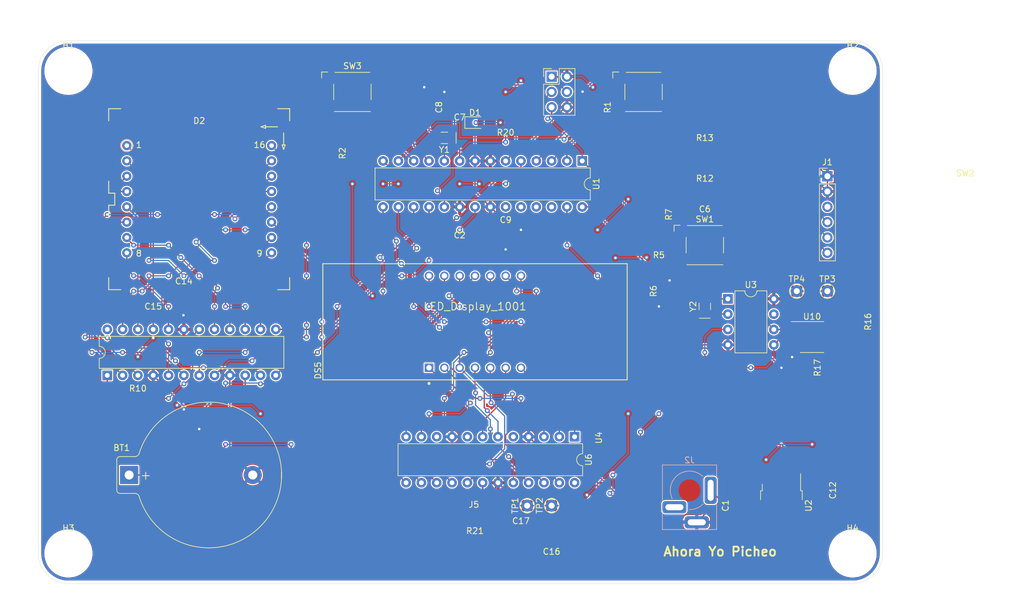
<source format=kicad_pcb>
(kicad_pcb (version 20211014) (generator pcbnew)
  (layers (0 "F.Cu" signal) (31 "B.Cu" signal) (34 "B.Paste" user) (35 "F.Paste" user) (36 "B.SilkS" user "B.Silkscreen") (37 "F.SilkS" user "F.Silkscreen") (38 "B.Mask" user) (39 "F.Mask" user) (44 "Edge.Cuts" user))
  (net 0 "")
  (net 1 "Net-(BT1-Pad1)")
  (net 2 "GND")
  (net 3 "Net-(C1-Pad2)")
  (net 4 "Net-(C2-Pad1)")
  (net 5 "Net-(C6-Pad1)")
  (net 6 "Net-(C6-Pad2)")
  (net 7 "Net-(C7-Pad2)")
  (net 8 "Net-(C8-Pad2)")
  (net 9 "VCC")
  (net 10 "Net-(D1-Pad2)")
  (net 11 "Net-(D2-Pad1)")
  (net 12 "Net-(D2-Pad2)")
  (net 13 "Net-(D2-Pad5)")
  (net 14 "Net-(D2-Pad7)")
  (net 15 "Net-(D2-Pad8)")
  (net 16 "Net-(D2-Pad9)")
  (net 17 "Net-(D2-Pad12)")
  (net 18 "Net-(D2-Pad14)")
  (net 19 "Net-(DS5-Pad1)")
  (net 20 "Net-(DS5-Pad2)")
  (net 21 "Net-(DS5-Pad3)")
  (net 22 "Net-(DS5-Pad4)")
  (net 23 "Net-(DS5-Pad5)")
  (net 24 "Net-(DS5-Pad6)")
  (net 25 "Net-(DS5-Pad7)")
  (net 26 "Net-(DS5-Pad9)")
  (net 27 "Net-(DS5-Pad10)")
  (net 28 "Net-(DS5-Pad11)")
  (net 29 "Net-(DS5-Pad12)")
  (net 30 "Net-(DS5-Pad13)")
  (net 31 "Net-(DS5-Pad14)")
  (net 32 "Net-(J1-Pad5)")
  (net 33 "Net-(J1-Pad4)")
  (net 36 "MISO")
  (net 37 "LED_SCK")
  (net 38 "Reset")
  (net 39 "RXD")
  (net 40 "SCA")
  (net 41 "SCL")
  (net 42 "TXD")
  (net 43 "Net-(R10-Pad2)")
  (net 44 "D1")
  (net 45 "D2")
  (net 46 "Net-(R16-Pad2)")
  (net 47 "Net-(R17-Pad2)")
  (net 48 "D4")
  (net 49 "Net-(R21-Pad2)")
  (net 50 "D3")
  (net 51 "DISP_CLK")
  (net 52 "D5")
  (net 53 "DISP_DATA")
  (net 54 "D0")
  (net 55 "D6")
  (net 56 "D7")
  (net 57 "CS1")
  (net 60 "MOSI")
  (net 62 "BTN_HR")
  (net 64 "BTN_MIN")
  (net 65 "DIN")
  (net 66 "DISP_LOAD")
  (net 67 "Net-(U3-Pad1)")
  (net 68 "Net-(U3-Pad2)")
  (net 70 "CLK")
  (net 71 "ISP")
  (footprint "footprints:C_0805_2012Metric" (layer "F.Cu") (at 190.5 81.28 180)
    (fp_text reference "C6")
    (fp_text value "100n")
  )
  (footprint "footprints:SOIC-8_3.9x4.9mm_P1.27mm" (layer "F.Cu") (at 208.28 104.14)
    (fp_text reference "U10")
    (fp_text value "ADT7410")
  )
  (footprint "footprints:MountingHole_3.2mm_M3" (layer "F.Cu") (at 215 140)
    (fp_text reference "H4")
    (fp_text value "MountingHole")
  )
  (footprint "footprints:R_0805_2012Metric" (layer "F.Cu") (at 157.48 68.58 180)
    (fp_text reference "R20")
    (fp_text value "R_0805_2.2K")
  )
  (footprint "footprints:C_0805_2012Metric" (layer "F.Cu") (at 157.48 139.7)
    (fp_text reference "C16")
    (fp_text value "C_0805_0.1uf")
  )
  (footprint "footprints:C_0805_2012Metric" (layer "F.Cu") (at 104.14 99.06)
    (fp_text reference "C15")
    (fp_text value "C_0805_10uf")
  )
  (footprint "footprints:TestPoint_THTPad_D2.0mm_Drill1.0mm" (layer "F.Cu") (at 210.82 96.52)
    (fp_text reference "TP3")
    (fp_text value "TestPoint")
  )
  (footprint "footprints:PinHeader_1x06_P2.54mm_Vertical" (layer "F.Cu") (at 210.82 77.47)
    (fp_text reference "J1")
    (fp_text value "Conn_01x06")
  )
  (footprint "footprints:R_0805_2012Metric" (layer "F.Cu") (at 182.88 83.82 -90)
    (fp_text reference "R7")
    (fp_text value "10K")
  )
  (footprint "footprints:C_0805_2012Metric" (layer "F.Cu") (at 149.86 88.9)
    (fp_text reference "C2")
    (fp_text value "C_0805_0.1uf")
  )
  (footprint "footprints:R_0805_2012Metric" (layer "F.Cu") (at 132.08 73.66 90)
    (fp_text reference "R2")
    (fp_text value "R_0805_10K")
  )
  (footprint "footprints:C_0805_2012Metric" (layer "F.Cu") (at 157.48 86.36)
    (fp_text reference "C9")
    (fp_text value "C_0805_0.1uf")
  )
  (footprint "footprints:LED_0805_2012Metric" (layer "F.Cu") (at 152.4 68.58)
    (fp_text reference "D1")
    (fp_text value "LED_0805")
  )
  (footprint "footprints:Crystal_SMD_2Pin_3.2x1.5mm" (layer "F.Cu") (at 190.5 99.06 90)
    (fp_text reference "Y2")
    (fp_text value "Crystal_32768Hz")
  )
  (footprint "footprints:C_0805_2012Metric" (layer "F.Cu") (at 149.86 66.04 180)
    (fp_text reference "C7")
    (fp_text value "22p")
  )
  (footprint "footprints:Crystal_SMD_2Pin_3.2x1.5mm" (layer "F.Cu") (at 147.32 71.12 180)
    (fp_text reference "Y1")
    (fp_text value "Crystal")
  )
  (footprint "footprints:DIP-8_W7.62mm" (layer "F.Cu") (at 194.32 97.8)
    (fp_text reference "U3")
    (fp_text value "DS1307_DIP-8")
  )
  (footprint "footprints:KWM-30881CVB" (layer "F.Cu") (at 106.68 81.28)
    (fp_text reference "D2")
    (fp_text value "KWM-30881XVB")
  )
  (footprint "footprints:C_0805_2012Metric" (layer "F.Cu") (at 104.14 96.52)
    (fp_text reference "C14")
    (fp_text value "C_0805_0.1uf")
  )
  (footprint "footprints:R_0805_2012Metric" (layer "F.Cu") (at 180.34 96.52 -90)
    (fp_text reference "R6")
    (fp_text value "R_0805_4.7K")
  )
  (footprint "footprints:DIP-28_W7.62mm" (layer "F.Cu") (at 170.18 74.94 -90)
    (fp_text reference "U1")
    (fp_text value "ATmega328-PU")
  )
  (footprint "footprints:C_0805_2012Metric" (layer "F.Cu") (at 144.78 66.04 -90)
    (fp_text reference "C8")
    (fp_text value "22p")
  )
  (footprint "footprints:MountingHole_3.2mm_M3" (layer "F.Cu") (at 215 60)
    (fp_text reference "H2")
    (fp_text value "MountingHole")
  )
  (footprint "footprints:MountingHole_3.2mm_M3" (layer "F.Cu") (at 85 140)
    (fp_text reference "H3")
    (fp_text value "MountingHole")
  )
  (footprint "footprints:R_0805_2012Metric" (layer "F.Cu") (at 154.94 134.62 180)
    (fp_text reference "R21")
    (fp_text value "R_0805_22K")
  )
  (footprint "footprints:BatteryHolder_Keystone_106_1x20mm" (layer "F.Cu") (at 95.066314 127.000017)
    (fp_text reference "BT1")
    (fp_text value "Battery_Cell")
  )
  (footprint "footprints:TO-252-2" (layer "F.Cu") (at 203.2 132.08 -90)
    (fp_text reference "U2")
    (fp_text value "L7805")
  )
  (footprint "footprints:R_0805_2012Metric" (layer "F.Cu") (at 172.72 66.04 -90)
    (fp_text reference "R1")
    (fp_text value "R_0805_10K")
  )
  (footprint "footprints:MountingHole_3.2mm_M3" (layer "F.Cu") (at 85 60)
    (fp_text reference "H1")
    (fp_text value "MountingHole")
  )
  (footprint "footprints:Adafruit-1001-0-0-MFG" (layer "F.Cu") (at 152.4 101.6 90)
    (fp_text reference "DS5")
    (fp_text value "LED_Display_1001")
  )
  (footprint "footprints:SW_SPST_Omron_B3FS-100xP" (layer "F.Cu") (at 190.5 88.9)
    (fp_text reference "SW1")
    (fp_text value "Omron_B3F_SPST")
  )
  (footprint "footprints:PinHeader_2x03_P2.54mm_Vertical" (layer "F.Cu") (at 165.1 60.96)
    (fp_text reference "J5")
    (fp_text value "Conn_02x03_Odd_Even")
  )
  (footprint "footprints:R_0805_2012Metric" (layer "F.Cu") (at 210.82 109.22 90)
    (fp_text reference "R17")
    (fp_text value "R_0805_10K")
  )
  (footprint "footprints:DIP-24_W7.62mm" (layer "F.Cu") (at 168.915 120.66 -90)
    (fp_text reference "U6")
    (fp_text value "MAX7219")
  )
  (footprint "footprints:C_0805_2012Metric" (layer "F.Cu") (at 157.48 137.16)
    (fp_text reference "C17")
    (fp_text value "C_0805_10uf")
  )
  (footprint "footprints:TestPoint_THTPad_D2.0mm_Drill1.0mm" (layer "F.Cu") (at 161.05 132.08 90)
    (fp_text reference "TP1")
    (fp_text value "TestPoint")
  )
  (footprint "footprints:SW_SPST_Omron_B3FS-100xP" (layer "F.Cu") (at 180.34 63.5)
    (fp_text reference "SW2")
    (fp_text value "Omron_B3F_SPST")
  )
  (footprint "footprints:R_0805_2012Metric" (layer "F.Cu") (at 182.88 88.9 180)
    (fp_text reference "R5")
    (fp_text value "R_0805_4.7K")
  )
  (footprint "footprints:R_0805_2012Metric" (layer "F.Cu") (at 190.5 73.66 180)
    (fp_text reference "R13")
    (fp_text value "R_0805_47")
  )
  (footprint "footprints:SW_SPST_Omron_B3FS-100xP" (layer "F.Cu") (at 132.08 63.5)
    (fp_text reference "SW3")
    (fp_text value "Omron_B3F_SPST")
  )
  (footprint "footprints:TestPoint_THTPad_D2.0mm_Drill1.0mm" (layer "F.Cu") (at 205.74 96.52)
    (fp_text reference "TP4")
    (fp_text value "TestPoint")
  )
  (footprint "footprints:C_0805_2012Metric" (layer "F.Cu") (at 213.36 129.54 90)
    (fp_text reference "C12")
    (fp_text value "C_0805_0.1uf")
  )
  (footprint "footprints:TestPoint_THTPad_D2.0mm_Drill1.0mm" (layer "F.Cu") (at 165.1 132.08 90)
    (fp_text reference "TP2")
    (fp_text value "TestPoint")
  )
  (footprint "footprints:DIP-24_W7.62mm" (layer "F.Cu") (at 91.44 110.48 90)
    (fp_text reference "U4")
    (fp_text value "MAX7219")
  )
  (footprint "footprints:C_0805_2012Metric" (layer "F.Cu") (at 195.58 132.08 90)
    (fp_text reference "C1")
    (fp_text value "C_0805_1uf")
  )
  (footprint "footprints:R_0805_2012Metric" (layer "F.Cu") (at 190.5 76.2 180)
    (fp_text reference "R12")
    (fp_text value "R_0805_47")
  )
  (footprint "footprints:R_0805_2012Metric" (layer "F.Cu") (at 96.52 114.3)
    (fp_text reference "R10")
    (fp_text value "R_0805_22K")
  )
  (footprint "footprints:R_0805_2012Metric" (layer "F.Cu") (at 215.9 101.6 -90)
    (fp_text reference "R16")
    (fp_text value "R_0805_10K")
  )
  (footprint "footprints:Wurth-694106402002" (layer "B.Cu") (at 187.96 129.54 180)
    (fp_text reference "J2")
    (fp_text value "Power_inlet_vertical" hide)
  )
  (gr_line locked (start 220 60) (end 220 140) (layer "Edge.Cuts") (width 0.05))
  (gr_line locked (start 80 60) (end 80 140) (layer "Edge.Cuts") (width 0.05))
  (gr_arc locked (start 80 60) (mid 81.464466 56.464466) (end 85 55) (layer "Edge.Cuts") (width 0.05))
  (gr_arc locked (start 85 145) (mid 81.464466 143.535534) (end 80 140) (layer "Edge.Cuts") (width 0.05))
  (gr_arc locked (start 220 140) (mid 218.535534 143.535534) (end 215 145) (layer "Edge.Cuts") (width 0.05))
  (gr_line locked (start 215 55) (end 85 55) (layer "Edge.Cuts") (width 0.05))
  (gr_arc locked (start 215 55) (mid 218.535534 56.464466) (end 220 60) (layer "Edge.Cuts") (width 0.05))
  (gr_line locked (start 215 145) (end 85 145) (layer "Edge.Cuts") (width 0.05))
  (gr_text "Ahora Yo Picheo" (at 193.04 139.7) (layer "F.SilkS") (effects (font (size 1.5 1.5) (thickness 0.3))))
  (segment (start 190.5 109.22) (end 190.5 106.68) (width 0.2032) (layer "F.Cu") (net 1))
  (segment (start 175.26 142.24) (end 175.26 130.545082) (width 0.2032) (layer "F.Cu") (net 1))
  (segment (start 149.86 137.16) (end 149.86 142.24) (width 0.2032) (layer "F.Cu") (net 1))
  (segment (start 121.92 137.16) (end 149.86 137.16) (width 0.2032) (layer "F.Cu") (net 1))
  (segment (start 175.26 130.545082) (end 174.757459 130.042541) (width 0.2032) (layer "F.Cu") (net 1))
  (segment (start 95.066314 127.000017) (end 106.274063 127.000017) (width 0.2032) (layer "F.Cu") (net 1))
  (segment (start 175.26 127) (end 179.837458 122.422542) (width 0.2032) (layer "F.Cu") (net 1))
  (segment (start 179.837458 122.422542) (end 179.837458 119.88254) (width 0.2032) (layer "F.Cu") (net 1))
  (segment (start 121.92 121.92) (end 121.92 137.16) (width 0.2032) (layer "F.Cu") (net 1))
  (segment (start 106.274063 127.000017) (end 111.35408 121.92) (width 0.2032) (layer "F.Cu") (net 1))
  (segment (start 111.35408 121.92) (end 111.0493 121.92) (width 0.2032) (layer "F.Cu") (net 1))
  (segment (start 149.86 142.24) (end 175.26 142.24) (width 0.2032) (layer "F.Cu") (net 1))
  (segment (start 182.88 116.84) (end 190.5 109.22) (width 0.2032) (layer "F.Cu") (net 1))
  (via (at 190.5 106.68) (size 0.8128) (drill 0.4064) (layers "F.Cu" "B.Cu") (net 1))
  (via (at 121.92 121.92) (size 0.8128) (drill 0.4064) (layers "F.Cu" "B.Cu") (net 1))
  (via (at 179.837458 119.88254) (size 0.8128) (drill 0.4064) (layers "F.Cu" "B.Cu") (net 1))
  (via (at 182.88 116.84) (size 0.8128) (drill 0.4064) (layers "F.Cu" "B.Cu") (net 1))
  (via (at 175.26 127) (size 0.8128) (drill 0.4064) (layers "F.Cu" "B.Cu") (net 1))
  (via (at 111.0493 121.92) (size 0.8128) (drill 0.4064) (layers "F.Cu" "B.Cu") (net 1))
  (via (at 174.757459 130.042541) (size 0.8128) (drill 0.4064) (layers "F.Cu" "B.Cu") (net 1))
  (segment (start 175.26 129.54) (end 175.26 127) (width 0.2032) (layer "B.Cu") (net 1))
  (segment (start 191.76 102.88) (end 194.32 102.88) (width 0.2032) (layer "B.Cu") (net 1))
  (segment (start 179.837458 119.88254) (end 182.88 116.84) (width 0.2032) (layer "B.Cu") (net 1))
  (segment (start 190.5 106.68) (end 190.5 104.14) (width 0.2032) (layer "B.Cu") (net 1))
  (segment (start 111.0493 121.92) (end 121.92 121.92) (width 0.2032) (layer "B.Cu") (net 1))
  (segment (start 190.5 104.14) (end 191.76 102.88) (width 0.2032) (layer "B.Cu") (net 1))
  (segment (start 174.757459 130.042541) (end 175.26 129.54) (width 0.2032) (layer "B.Cu") (net 1))
  (segment (start 205.105 71.755) (end 210.82 77.47) (width 0.2032) (layer "F.Cu") (net 2))
  (segment (start 190.5 93.98) (end 185.42 93.98) (width 0.2032) (layer "F.Cu") (net 2))
  (segment (start 210.82 80.01) (end 205.105 74.295) (width 0.2032) (layer "F.Cu") (net 2))
  (segment (start 165.095 124.46) (end 161.295 120.66) (width 0.2032) (layer "F.Cu") (net 2))
  (segment (start 206.40932 104.17068) (end 210.08932 104.17068) (width 0.2032) (layer "F.Cu") (net 2))
  (segment (start 140.370861 61.25) (end 142.910861 63.79) (width 0.2032) (layer "F.Cu") (net 2))
  (segment (start 205.105 74.295) (end 205.105 71.755) (width 0.2032) (layer "F.Cu") (net 2))
  (segment (start 194.6 61.25) (end 205.105 71.755) (width 0.2032) (layer "F.Cu") (net 2))
  (segment (start 99.06 110.48) (end 104.14 115.56) (width 0.2032) (layer "F.Cu") (net 2))
  (segment (start 203.2 134.18) (end 209.57 134.18) (width 0.2032) (layer "F.Cu") (net 2))
  (segment (start 205.805 106.045) (end 205.805 106.615) (width 0.2032) (layer "F.Cu") (net 2))
  (segment (start 160.02 86.36) (end 158.33 86.36) (width 0.2032) (layer "F.Cu") (net 2))
  (segment (start 152.4 74.94) (end 152.4 80.02) (width 0.2032) (layer "F.Cu") (net 2))
  (segment (start 104.99 99.592562) (end 104.063822 100.51874) (width 0.2032) (layer "F.Cu") (net 2))
  (segment (start 205.74 106.68) (end 204.972541 107.447459) (width 0.2032) (layer "F.Cu") (net 2))
  (segment (start 205.805 106.615) (end 205.74 106.68) (width 0.2032) (layer "F.Cu") (net 2))
  (segment (start 189.24 105.42) (end 194.32 105.42) (width 0.2032) (layer "F.Cu") (net 2))
  (segment (start 184.34 61.25) (end 194.6 61.25) (width 0.2032) (layer "F.Cu") (net 2))
  (segment (start 203.2 109.22) (end 199.4 105.42) (width 0.2032) (layer "F.Cu") (net 2))
  (segment (start 184.34 59.88) (end 182.88 58.42) (width 0.2032) (layer "F.Cu") (net 2))
  (segment (start 152.4 80.02) (end 154.94 82.56) (width 0.2032) (layer "F.Cu") (net 2))
  (segment (start 165.1 137.16) (end 172.72 129.54) (width 0.2032) (layer "F.Cu") (net 2))
  (segment (start 195.58 132.93) (end 201.95 132.93) (width 0.2032) (layer "F.Cu") (net 2))
  (segment (start 172.72 129.54) (end 172.72 127) (width 0.2032) (layer "F.Cu") (net 2))
  (segment (start 194.5 92.52) (end 193.04 93.98) (width 0.2032) (layer "F.Cu") (net 2))
  (segment (start 185.42 93.98) (end 184.652541 94.747459) (width 0.2032) (layer "F.Cu") (net 2))
  (segment (start 150.71 88.9) (end 151.4207 89.6107) (width 0.2032) (layer "F.Cu") (net 2))
  (segment (start 129.54 58.42) (end 134.62 58.42) (width 0.2032) (layer "F.Cu") (net 2))
  (segment (start 150.71 66.04) (end 150.71 67.8275) (width 0.2032) (layer "F.Cu") (net 2))
  (segment (start 111.76 110.48) (end 111.76 119.38) (width 0.2032) (layer "F.Cu") (net 2))
  (segment (start 190.5 93.98) (end 187.96 93.98) (width 0.2032) (layer "F.Cu") (net 2))
  (segment (start 205.805 104.775) (end 205.805 106.045) (width 0.2032) (layer "F.Cu") (net 2))
  (segment (start 187.96 93.98) (end 186.5 92.52) (width 0.2032) (layer "F.Cu") (net 2))
  (segment (start 158.33 137.16) (end 165.1 137.16) (width 0.2032) (layer "F.Cu") (net 2))
  (segment (start 182.88 99.06) (end 189.24 105.42) (width 0.2032) (layer "F.Cu") (net 2))
  (segment (start 209.57 134.18) (end 213.36 130.39) (width 0.2032) (layer "F.Cu") (net 2))
  (segment (start 210.08932 104.17068) (end 210.755 103.505) (width 0.2032) (layer "F.Cu") (net 2))
  (segment (start 152.4 69.5175) (end 152.4 74.94) (width 0.2032) (layer "F.Cu") (net 2))
  (segment (start 188.94 134.62) (end 180.34 134.62) (width 0.2032) (layer "F.Cu") (net 2))
  (segment (start 184.34 61.25) (end 184.34 59.88) (width 0.2032) (layer "F.Cu") (net 2))
  (segment (start 167.358267 66.04) (end 158.915689 74.482578) (width 0.2032) (layer "F.Cu") (net 2))
  (segment (start 176.34 59.88) (end 176.34 61.25) (width 0.2032) (layer "F.Cu") (net 2))
  (segment (start 151.4625 68.58) (end 152.4 69.5175) (width 0.2032) (layer "F.Cu") (net 2))
  (segment (start 144.78 63.5) (end 147.32 63.5) (width 0.2032) (layer "F.Cu") (net 2))
  (segment (start 136.08 59.88) (end 136.08 61.25) (width 0.2032) (layer "F.Cu") (net 2))
  (segment (start 134.62 58.42) (end 136.08 59.88) (width 0.2032) (layer "F.Cu") (net 2))
  (segment (start 111.76 123.203703) (end 115.556314 127.000017) (width 0.2032) (layer "F.Cu") (net 2))
  (segment (start 158.915689 74.482578) (end 158.915689 75.066044) (width 0.2032) (layer "F.Cu") (net 2))
  (segment (start 172.72 127) (end 170.18 124.46) (width 0.2032) (layer "F.Cu") (net 2))
  (segment (start 189.16 134.84) (end 191.07 132.93) (width 0.2032) (layer "F.Cu") (net 2))
  (segment (start 148.353622 63.5) (end 150.71 65.856378) (width 0.2032) (layer "F.Cu") (net 2))
  (segment (start 180.34 134.62) (end 172.72 127) (width 0.2032) (layer "F.Cu") (net 2))
  (segment (start 177.8 58.42) (end 176.34 59.88) (width 0.2032) (layer "F.Cu") (net 2))
  (segment (start 142.910861 63.79) (end 143.990431 62.71043) (width 0.2032) (layer "F.Cu") (net 2))
  (segment (start 158.915689 75.066044) (end 154.94 79.041733) (width 0.2032) (layer "F.Cu") (net 2))
  (segment (start 176.34 61.25) (end 172.43 61.25) (width 0.2032) (layer "F.Cu") (net 2))
  (segment (start 104.99 96.52) (end 104.99 99.06) (width 0.2032) (layer "F.Cu") (net 2))
  (segment (start 205.805 104.775) (end 206.40932 104.17068) (width 0.2032) (layer "F.Cu") (net 2))
  (segment (start 128.08 61.25) (end 128.08 59.88) (width 0.2032) (layer "F.Cu") (net 2))
  (segment (start 128.08 59.88) (end 129.54 58.42) (width 0.2032) (layer "F.Cu") (net 2))
  (segment (start 151.4207 89.6107) (end 157.48 89.6107) (width 0.2032) (layer "F.Cu") (net 2))
  (segment (start 104.14 115.56) (end 104.14 116.1293) (width 0.2032) (layer "F.Cu") (net 2))
  (segment (start 111.76 119.38) (end 111.76 123.203703) (width 0.2032) (layer "F.Cu") (net 2))
  (segment (start 147.32 63.5) (end 148.353622 63.5) (width 0.2032) (layer "F.Cu") (net 2))
  (segment (start 136.08 61.25) (end 140.370861 61.25) (width 0.2032) (layer "F.Cu") (net 2))
  (segment (start 158.33 85.95) (end 154.94 82.56) (width 0.2032) (layer "F.Cu") (net 2))
  (segment (start 194.5 91.15) (end 194.5 92.52) (width 0.2032) (layer "F.Cu") (net 2))
  (segment (start 150.71 67.8275) (end 151.4625 68.58) (width 0.2032) (layer "F.Cu") (net 2))
  (segment (start 182.88 58.42) (end 177.8 58.42) (width 0.2032) (layer "F.Cu") (net 2))
  (segment (start 106.68 119.38) (end 111.76 119.38) (width 0.2032) (layer "F.Cu") (net 2))
  (segment (start 186.5 92.52) (end 186.5 91.15) (width 0.2032) (layer "F.Cu") (net 2))
  (segment (start 144.78 65.19) (end 144.78 63.5) (width 0.2032) (layer "F.Cu") (net 2))
  (segment (start 191.07 132.93) (end 195.58 132.93) (width 0.2032) (layer "F.Cu") (net 2))
  (segment (start 210.82 77.47) (end 210.82 80.01) (width 0.2032) (layer "F.Cu") (net 2))
  (segment (start 172.43 61.25) (end 170.228763 63.451237) (width 0.2032) (layer "F.Cu") (net 2))
  (segment (start 199.4 105.42) (end 194.32 105.42) (width 0.2032) (layer "F.Cu") (net 2))
  (segment (start 193.04 93.98) (end 190.5 93.98) (width 0.2032) (layer "F.Cu") (net 2))
  (segment (start 154.94 79.041733) (end 154.94 82.56) (width 0.2032) (layer "F.Cu") (net 2))
  (segment (start 170.18 124.46) (end 165.095 124.46) (width 0.2032) (layer "F.Cu") (net 2))
  (segment (start 158.33 139.7) (end 158.33 137.16) (width 0.2032) (layer "F.Cu") (net 2))
  (via (at 104.14 116.1293) (size 0.8128) (drill 0.4064) (layers "F.Cu" "B.Cu") (net 2))
  (via (at 184.652541 94.747459) (size 0.8128) (drill 0.4064) (layers "F.Cu" "B.Cu") (net 2))
  (via (at 170.228763 63.451237) (size 0.8128) (drill 0.4064) (layers "F.Cu" "B.Cu") (net 2))
  (via (at 182.88 99.06) (size 0.8128) (drill 0.4064) (layers "F.Cu" "B.Cu") (net 2))
  (via (at 106.68 119.38) (size 0.8128) (drill 0.4064) (layers "F.Cu" "B.Cu") (net 2))
  (via (at 147.32 63.5) (size 0.8128) (drill 0.4064) (layers "F.Cu" "B.Cu") (net 2))
  (via (at 157.48 89.6107) (size 0.8128) (drill 0.4064) (layers "F.Cu" "B.Cu") (net 2))
  (via (at 160.02 86.36) (size 0.8128) (drill 0.4064) (layers "F.Cu" "B.Cu") (net 2))
  (via (at 104.063822 100.51874) (size 0.8128) (drill 0.4064) (layers "F.Cu" "B.Cu") (net 2))
  (via (at 203.2 109.22) (size 0.8128) (drill 0.4064) (layers "F.Cu" "B.Cu") (net 2))
  (via (at 143.990431 62.71043) (size 0.8128) (drill 0.4064) (layers "F.Cu" "B.Cu") (net 2))
  (via (at 204.972541 107.447459) (size 0.8128) (drill 0.4064) (layers "F.Cu" "B.Cu") (net 2))
  (segment (start 157.48 89.6107) (end 160.02 87.0707) (width 0.2032) (layer "B.Cu") (net 2))
  (segment (start 170.228763 63.451237) (end 167.64 66.04) (width 0.2032) (layer "B.Cu") (net 2))
  (segment (start 102.704311 103.317422) (end 101.473855 104.547878) (width 0.2032) (layer "B.Cu") (net 2))
  (segment (start 99.06 106.68) (end 99.06 110.48) (width 0.2032) (layer "B.Cu") (net 2))
  (segment (start 101.473855 104.547878) (end 101.192122 104.547878) (width 0.2032) (layer "B.Cu") (net 2))
  (segment (start 104.14 116.1293) (end 104.14 116.84) (width 0.2032) (layer "B.Cu") (net 2))
  (segment (start 101.192122 104.547878) (end 99.06 106.68) (width 0.2032) (layer "B.Cu") (net 2))
  (segment (start 184.652541 94.747459) (end 182.88 96.52) (width 0.2032) (layer "B.Cu") (net 2))
  (segment (start 143.990431 62.71043) (end 144.780001 63.5) (width 0.2032) (layer "B.Cu") (net 2))
  (segment (start 160.02 87.0707) (end 160.02 86.36) (width 0.2032) (layer "B.Cu") (net 2))
  (segment (start 182.88 96.52) (end 182.88 99.06) (width 0.2032) (layer "B.Cu") (net 2))
  (segment (start 204.972541 107.447459) (end 203.2 109.22) (width 0.2032) (layer "B.Cu") (net 2))
  (segment (start 104.063822 100.51874) (end 102.704311 101.878251) (width 0.2032) (layer "B.Cu") (net 2))
  (segment (start 144.780001 63.5) (end 147.32 63.5) (width 0.2032) (layer "B.Cu") (net 2))
  (segment (start 102.704311 101.878251) (end 102.704311 103.317422) (width 0.2032) (layer "B.Cu") (net 2))
  (segment (start 104.14 116.84) (end 106.68 119.38) (width 0.2032) (layer "B.Cu") (net 2))
  (segment (start 203.2 121.92) (end 205.74 124.46) (width 0.2032) (layer "F.Cu") (net 3))
  (segment (start 195.58 124.46) (end 198.12 121.92) (width 0.2032) (layer "F.Cu") (net 3))
  (segment (start 205.48 124.72) (end 205.48 127.88) (width 0.2032) (layer "F.Cu") (net 3))
  (segment (start 193.15 131.23) (end 195.58 131.23) (width 0.2032) (layer "F.Cu") (net 3))
  (segment (start 191.46 129.54) (end 193.15 131.23) (width 0.2032) (layer "F.Cu") (net 3))
  (segment (start 205.74 124.46) (end 205.48 124.72) (width 0.2032) (layer "F.Cu") (net 3))
  (segment (start 198.12 121.92) (end 203.2 121.92) (width 0.2032) (layer "F.Cu") (net 3))
  (segment (start 195.58 131.23) (end 195.58 124.46) (width 0.2032) (layer "F.Cu") (net 3))
  (segment (start 149.01 88.9) (end 149.01 87.21) (width 0.2032) (layer "F.Cu") (net 4))
  (segment (start 149.01 87.21) (end 149.86 86.36) (width 0.2032) (layer "F.Cu") (net 4))
  (via (at 149.86 86.36) (size 0.8128) (drill 0.4064) (layers "F.Cu" "B.Cu") (net 4))
  (segment (start 152.4 83.82) (end 152.4 82.56) (width 0.2032) (layer "B.Cu") (net 4))
  (segment (start 149.86 86.36) (end 152.4 83.82) (width 0.2032) (layer "B.Cu") (net 4))
  (segment (start 201.93 81.28) (end 210.82 90.17) (width 0.2032) (layer "F.Cu") (net 5))
  (segment (start 191.35 81.28) (end 201.93 81.28) (width 0.2032) (layer "F.Cu") (net 5))
  (segment (start 189.65 81.405) (end 194.5 86.255) (width 0.2032) (layer "F.Cu") (net 6))
  (segment (start 149.86 74.94) (end 149.86 72.41) (width 0.2032) (layer "F.Cu") (net 7))
  (segment (start 149.01 66.04) (end 149.01 70.68) (width 0.2032) (layer "F.Cu") (net 7))
  (segment (start 149.01 70.68) (end 148.57 71.12) (width 0.2032) (layer "F.Cu") (net 7))
  (segment (start 149.86 72.41) (end 148.57 71.12) (width 0.2032) (layer "F.Cu") (net 7))
  (segment (start 144.78 66.89) (end 144.78 69.83) (width 0.2032) (layer "F.Cu") (net 8))
  (segment (start 144.78 69.83) (end 146.07 71.12) (width 0.2032) (layer "F.Cu") (net 8))
  (segment (start 147.32 74.94) (end 147.32 72.37) (width 0.2032) (layer "F.Cu") (net 8))
  (segment (start 147.32 72.37) (end 146.07 71.12) (width 0.2032) (layer "F.Cu") (net 8))
  (segment (start 182.88 82.97) (end 179.49 82.97) (width 0.2032) (layer "F.Cu") (net 9))
  (segment (start 157.48 129.54) (end 157.475 129.54) (width 0.2032) (layer "F.Cu") (net 9))
  (segment (start 173.57 88.9) (end 170.18 88.9) (width 0.2032) (layer "F.Cu") (net 9))
  (segment (start 132.08 78.74) (end 134.195 76.625) (width 0.2032) (layer "F.Cu") (net 9))
  (segment (start 155.79 134.62) (end 155.79 128.705) (width 0.2032) (layer "F.Cu") (net 9))
  (segment (start 167.64 60.96) (end 166.485689 59.805689) (width 0.2032) (layer "F.Cu") (net 9))
  (segment (start 149.86 83.82) (end 149.86 82.56) (width 0.2032) (layer "F.Cu") (net 9))
  (segment (start 205.74 119.38) (end 180.34 119.38) (width 0.2032) (layer "F.Cu") (net 9))
  (segment (start 134.195 76.625) (end 136.31 78.74) (width 0.2032) (layer "F.Cu") (net 9))
  (segment (start 204.46 97.8) (end 205.74 96.52) (width 0.2032) (layer "F.Cu") (net 9))
  (segment (start 205.74 96.52) (end 210.82 96.52) (width 0.2032) (layer "F.Cu") (net 9))
  (segment (start 208.28 112.61) (end 210.82 110.07) (width 0.2032) (layer "F.Cu") (net 9))
  (segment (start 180.34 95.67) (end 175.685 91.015) (width 0.2032) (layer "F.Cu") (net 9))
  (segment (start 149.86 78.74) (end 149.86 82.56) (width 0.2032) (layer "F.Cu") (net 9))
  (segment (start 156.63 86.36) (end 152.4 86.36) (width 0.2032) (layer "F.Cu") (net 9))
  (segment (start 99.605416 104.269103) (end 101.305613 105.9693) (width 0.2032) (layer "F.Cu") (net 9))
  (segment (start 132.08 74.51) (end 134.195 76.625) (width 0.2032) (layer "F.Cu") (net 9))
  (segment (start 210.82 96.52) (end 215.05 100.75) (width 0.2032) (layer "F.Cu") (net 9))
  (segment (start 96.52 108.586889) (end 96.52 107.3907) (width 0.2032) (layer "F.Cu") (net 9))
  (segment (start 200.66 124.46) (end 200.92 124.72) (width 0.2032) (layer "F.Cu") (net 9))
  (segment (start 156.63 137.16) (end 156.63 130.39) (width 0.2032) (layer "F.Cu") (net 9))
  (segment (start 136.31 78.74) (end 137.16 78.74) (width 0.2032) (layer "F.Cu") (net 9))
  (segment (start 152.4 86.36) (end 149.86 83.82) (width 0.2032) (layer "F.Cu") (net 9))
  (segment (start 172.72 63.5) (end 171.952541 62.732541) (width 0.2032) (layer "F.Cu") (net 9))
  (segment (start 208.28 121.92) (end 205.74 119.38) (width 0.2032) (layer "F.Cu") (net 9))
  (segment (start 169.174918 132.08) (end 170.947459 130.307459) (width 0.2032) (layer "F.Cu") (net 9))
  (segment (start 216.025 100.75) (end 216.904311 101.629311) (width 0.2032) (layer "F.Cu") (net 9))
  (segment (start 197.27 112.61) (end 190.5 119.38) (width 0.2032) (layer "F.Cu") (net 9))
  (segment (start 201.94 97.8) (end 204.46 97.8) (width 0.2032) (layer "F.Cu") (net 9))
  (segment (start 175.685 91.015) (end 173.57 88.9) (width 0.2032) (layer "F.Cu") (net 9))
  (segment (start 135.40957 106.464487) (end 135.40957 97.30957) (width 0.2032) (layer "F.Cu") (net 9))
  (segment (start 103.29 96.52) (end 103.29 99.06) (width 0.2032) (layer "F.Cu") (net 9))
  (segment (start 165.1 132.08) (end 169.174918 132.08) (width 0.2032) (layer "F.Cu") (net 9))
  (segment (start 212.24 100.75) (end 210.755 102.235) (width 0.2032) (layer "F.Cu") (net 9))
  (segment (start 104.14 101.6) (end 103.29 100.75) (width 0.2032) (layer "F.Cu") (net 9))
  (segment (start 95.67 114.425) (end 97.67908 116.43408) (width 0.2032) (layer "F.Cu") (net 9))
  (segment (start 154.94 76.60592) (end 152.80592 78.74) (width 0.2032) (layer "F.Cu") (net 9))
  (segment (start 179.49 82.97) (end 177.8 81.28) (width 0.2032) (layer "F.Cu") (net 9))
  (segment (start 99.06 104.269103) (end 99.605416 104.269103) (width 0.2032) (layer "F.Cu") (net 9))
  (segment (start 116.84 116.84) (end 125.034057 116.84) (width 0.2032) (layer "F.Cu") (net 9))
  (segment (start 154.94 88.9) (end 149.86 83.82) (width 0.2032) (layer "F.Cu") (net 9))
  (segment (start 162.56 91.44) (end 160.02 88.9) (width 0.2032) (layer "F.Cu") (net 9))
  (segment (start 215.05 100.75) (end 215.9 100.75) (width 0.2032) (layer "F.Cu") (net 9))
  (segment (start 158.32 132.08) (end 161.05 132.08) (width 0.2032) (layer "F.Cu") (net 9))
  (segment (start 180.34 119.38) (end 177.8 116.84) (width 0.2032) (layer "F.Cu") (net 9))
  (segment (start 216.904311 104.169311) (end 211.003622 110.07) (width 0.2032) (layer "F.Cu") (net 9))
  (segment (start 205.74 112.61) (end 197.27 112.61) (width 0.2032) (layer "F.Cu") (net 9))
  (segment (start 139.7 78.74) (end 146.04 78.74) (width 0.2032) (layer "F.Cu") (net 9))
  (segment (start 102.3107 105.9693) (end 104.14 104.14) (width 0.2032) (layer "F.Cu") (net 9))
  (segment (start 160.02 88.9) (end 154.94 88.9) (width 0.2032) (layer "F.Cu") (net 9))
  (segment (start 154.94 66.04) (end 154.94 74.94) (width 0.2032) (layer "F.Cu") (net 9))
  (segment (start 166.485689 59.805689) (end 161.8493 59.805689) (width 0.2032) (layer "F.Cu") (net 9))
  (segment (start 205.74 112.61) (end 208.28 112.61) (width 0.2032) (layer "F.Cu") (net 9))
  (segment (start 97.955689 110.937422) (end 97.955689 110.022578) (width 0.2032) (layer "F.Cu") (net 9))
  (segment (start 146.04 78.74) (end 149.86 82.56) (width 0.2032) (layer "F.Cu") (net 9))
  (segment (start 102.00592 116.43408) (end 103.007459 115.432541) (width 0.2032) (layer "F.Cu") (net 9))
  (segment (start 165.1 93.98) (end 160.02 88.9) (width 0.2032) (layer "F.Cu") (net 9))
  (segment (start 97.955689 110.022578) (end 96.52 108.586889) (width 0.2032) (layer "F.Cu") (net 9))
  (segment (start 216.904311 101.629311) (end 216.904311 104.169311) (width 0.2032) (layer "F.Cu") (net 9))
  (segment (start 95.67 114.3) (end 95.67 113.223111) (width 0.2032) (layer "F.Cu") (net 9))
  (segment (start 162.56 91.44) (end 167.64 91.44) (width 0.2032) (layer "F.Cu") (net 9))
  (segment (start 156.63 137.16) (end 156.63 139.7) (width 0.2032) (layer "F.Cu") (net 9))
  (segment (start 125.034057 116.84) (end 135.40957 106.464487) (width 0.2032) (layer "F.Cu") (net 9))
  (segment (start 161.8493 59.805689) (end 160.02 61.634989) (width 0.2032) (layer "F.Cu") (net 9))
  (segment (start 157.48 63.5) (end 154.94 66.04) (width 0.2032) (layer "F.Cu") (net 9))
  (segment (start 154.94 74.94) (end 154.94 76.60592) (width 0.2032) (layer "F.Cu") (net 9))
  (segment (start 213.36 128.69) (end 213.36 127) (width 0.2032) (layer "F.Cu") (net 9))
  (segment (start 181.817541 90.937459) (end 180.842541 90.937459) (width 0.2032) (layer "F.Cu") (net 9))
  (segment (start 183.73 89.025) (end 181.817541 90.937459) (width 0.2032) (layer "F.Cu") (net 9))
  (segment (start 200.92 124.72) (end 200.92 127.88) (width 0.2032) (layer "F.Cu") (net 9))
  (segment (start 95.67 114.3) (end 95.67 114.425) (width 0.2032) (layer "F.Cu") (net 9))
  (segment (start 213.36 127) (end 208.28 121.92) (width 0.2032) (layer "F.Cu") (net 9))
  (segment (start 177.8 116.84) (end 165.1 104.14) (width 0.2032) (layer "F.Cu") (net 9))
  (segment (start 172.72 65.19) (end 172.72 63.5) (width 0.2032) (layer "F.Cu") (net 9))
  (segment (start 170.18 88.9) (end 167.64 91.44) (width 0.2032) (layer "F.Cu") (net 9))
  (segment (start 156.63 130.39) (end 157.48 129.54) (width 0.2032) (layer "F.Cu") (net 9))
  (segment (start 95.67 113.223111) (end 97.955689 110.937422) (width 0.2032) (layer "F.Cu") (net 9))
  (segment (start 156.63 130.39) (end 158.32 132.08) (width 0.2032) (layer "F.Cu") (net 9))
  (segment (start 103.29 100.75) (end 103.29 99.06) (width 0.2032) (layer "F.Cu") (net 9))
  (segment (start 104.14 104.14) (end 104.14 102.86) (width 0.2032) (layer "F.Cu") (net 9))
  (segment (start 172.72 86.36) (end 170.18 88.9) (width 0.2032) (layer "F.Cu") (net 9))
  (segment (start 215.9 100.75) (end 212.24 100.75) (width 0.2032) (layer "F.Cu") (net 9))
  (segment (start 161.05 132.08) (end 165.1 132.08) (width 0.2032) (layer "F.Cu") (net 9))
  (segment (start 104.14 102.86) (end 104.14 101.6) (width 0.2032) (layer "F.Cu") (net 9))
  (segment (start 101.305613 105.9693) (end 102.3107 105.9693) (width 0.2032) (layer "F.Cu") (net 9))
  (segment (start 165.1 104.14) (end 165.1 93.98) (width 0.2032) (layer "F.Cu") (net 9))
  (segment (start 157.475 129.54) (end 156.215 128.28) (width 0.2032) (layer "F.Cu") (net 9))
  (segment (start 152.80592 78.74) (end 153.1107 78.74) (width 0.2032) (layer "F.Cu") (net 9))
  (segment (start 97.67908 116.43408) (end 102.00592 116.43408) (width 0.2032) (layer "F.Cu") (net 9))
  (via (at 116.84 116.84) (size 0.8128) (drill 0.4064) (layers "F.Cu" "B.Cu") (net 9))
  (via (at 170.947459 130.307459) (size 0.8128) (drill 0.4064) (layers "F.Cu" "B.Cu") (net 9))
  (via (at 157.48 63.5) (size 0.8128) (drill 0.4064) (layers "F.Cu" "B.Cu") (net 9))
  (via (at 149.86 78.74) (size 0.8128) (drill 0.4064) (layers "F.Cu" "B.Cu") (net 9))
  (via (at 171.952541 62.732541) (size 0.8128) (drill 0.4064) (layers "F.Cu" "B.Cu") (net 9))
  (via (at 177.8 81.28) (size 0.8128) (drill 0.4064) (layers "F.Cu" "B.Cu") (net 9))
  (via (at 132.08 78.74) (size 0.8128) (drill 0.4064) (layers "F.Cu" "B.Cu") (net 9))
  (via (at 99.06 104.269103) (size 0.8128) (drill 0.4064) (layers "F.Cu" "B.Cu") (net 9))
  (via (at 139.7 78.74) (size 0.8128) (drill 0.4064) (layers "F.Cu" "B.Cu") (net 9))
  (via (at 103.007459 115.432541) (size 0.8128) (drill 0.4064) (layers "F.Cu" "B.Cu") (net 9))
  (via (at 160.02 61.634989) (size 0.8128) (drill 0.4064) (layers "F.Cu" "B.Cu") (net 9))
  (via (at 172.72 86.36) (size 0.8128) (drill 0.4064) (layers "F.Cu" "B.Cu") (net 9))
  (via (at 177.8 116.84) (size 0.8128) (drill 0.4064) (layers "F.Cu" "B.Cu") (net 9))
  (via (at 200.66 124.46) (size 0.8128) (drill 0.4064) (layers "F.Cu" "B.Cu") (net 9))
  (via (at 135.40957 97.30957) (size 0.8128) (drill 0.4064) (layers "F.Cu" "B.Cu") (net 9))
  (via (at 208.28 121.92) (size 0.8128) (drill 0.4064) (layers "F.Cu" "B.Cu") (net 9))
  (via (at 175.685 91.015) (size 0.8128) (drill 0.4064) (layers "F.Cu" "B.Cu") (net 9))
  (via (at 96.52 107.3907) (size 0.8128) (drill 0.4064) (layers "F.Cu" "B.Cu") (net 9))
  (via (at 153.1107 78.74) (size 0.8128) (drill 0.4064) (layers "F.Cu" "B.Cu") (net 9))
  (via (at 137.16 78.74) (size 0.8128) (drill 0.4064) (layers "F.Cu" "B.Cu") (net 9))
  (via (at 180.842541 90.937459) (size 0.8128) (drill 0.4064) (layers "F.Cu" "B.Cu") (net 9))
  (segment (start 177.8 123.454918) (end 177.8 116.84) (width 0.2032) (layer "B.Cu") (net 9))
  (segment (start 115.418589 115.418589) (end 116.84 116.84) (width 0.2032) (layer "B.Cu") (net 9))
  (segment (start 208.28 121.92) (end 203.2 121.92) (width 0.2032) (layer "B.Cu") (net 9))
  (segment (start 203.2 121.92) (end 200.66 124.46) (width 0.2032) (layer "B.Cu") (net 9))
  (segment (start 96.52 106.809103) (end 99.06 104.269103) (width 0.2032) (layer "B.Cu") (net 9))
  (segment (start 103.021411 115.418589) (end 115.418589 115.418589) (width 0.2032) (layer "B.Cu") (net 9))
  (segment (start 170.18 60.96) (end 167.64 60.96) (width 0.2032) (layer "B.Cu") (net 9))
  (segment (start 103.007459 115.432541) (end 103.021411 115.418589) (width 0.2032) (layer "B.Cu") (net 9))
  (segment (start 96.52 107.3907) (end 96.52 106.809103) (width 0.2032) (layer "B.Cu") (net 9))
  (segment (start 180.842541 90.937459) (end 180.765 91.015) (width 0.2032) (layer "B.Cu") (net 9))
  (segment (start 170.947459 130.307459) (end 177.8 123.454918) (width 0.2032) (layer "B.Cu") (net 9))
  (segment (start 137.16 78.74) (end 139.7 78.74) (width 0.2032) (layer "B.Cu") (net 9))
  (segment (start 153.1107 78.74) (end 149.86 78.74) (width 0.2032) (layer "B.Cu") (net 9))
  (segment (start 171.952541 62.732541) (end 170.18 60.96) (width 0.2032) (layer "B.Cu") (net 9))
  (segment (start 158.154989 63.5) (end 157.48 63.5) (width 0.2032) (layer "B.Cu") (net 9))
  (segment (start 132.08 93.98) (end 132.08 78.74) (width 0.2032) (layer "B.Cu") (net 9))
  (segment (start 160.02 61.634989) (end 158.154989 63.5) (width 0.2032) (layer "B.Cu") (net 9))
  (segment (start 180.765 91.015) (end 175.685 91.015) (width 0.2032) (layer "B.Cu") (net 9))
  (segment (start 177.8 81.28) (end 172.72 86.36) (width 0.2032) (layer "B.Cu") (net 9))
  (segment (start 135.40957 97.30957) (end 132.08 93.98) (width 0.2032) (layer "B.Cu") (net 9))
  (segment (start 153.3375 68.58) (end 152.5591 68.58) (width 0.2032) (layer "F.Cu") (net 10))
  (via (at 152.5591 68.58) (size 0.8128) (drill 0.4064) (layers "F.Cu" "B.Cu") (net 10))
  (via (at 156.63 68.58) (size 0.8128) (drill 0.4064) (layers "F.Cu" "B.Cu") (net 10))
  (segment (start 152.5591 68.58) (end 156.63 68.58) (width 0.2032) (layer "B.Cu") (net 10))
  (segment (start 94.68 72.39) (end 99.06 76.77) (width 0.2032) (layer "F.Cu") (net 11))
  (segment (start 99.06 76.77) (end 99.06 102.86) (width 0.2032) (layer "F.Cu") (net 11))
  (segment (start 104.14 93.98) (end 104.333622 93.98) (width 0.2032) (layer "F.Cu") (net 12))
  (segment (start 98.65408 78.90408) (end 98.65408 91.03408) (width 0.2032) (layer "F.Cu") (net 12))
  (segment (start 106.467702 91.84592) (end 106.68 91.84592) (width 0.2032) (layer "F.Cu") (net 12))
  (segment (start 109.507029 94.672949) (end 109.507029 96.232971) (width 0.2032) (layer "F.Cu") (net 12))
  (segment (start 106.68 91.84592) (end 109.507029 94.672949) (width 0.2032) (layer "F.Cu") (net 12))
  (segment (start 109.22 99.06) (end 109.22 102.86) (width 0.2032) (layer "F.Cu") (net 12))
  (segment (start 104.333622 93.98) (end 106.467702 91.84592) (width 0.2032) (layer "F.Cu") (net 12))
  (segment (start 98.65408 91.03408) (end 98.65408 91.13522) (width 0.2032) (layer "F.Cu") (net 12))
  (segment (start 94.68 74.93) (end 98.65408 78.90408) (width 0.2032) (layer "F.Cu") (net 12))
  (segment (start 109.507029 96.232971) (end 109.722541 96.017459) (width 0.2032) (layer "F.Cu") (net 12))
  (segment (start 98.65408 91.13522) (end 98.3493 91.44) (width 0.2032) (layer "F.Cu") (net 12))
  (via (at 109.22 99.06) (size 0.8128) (drill 0.4064) (layers "F.Cu" "B.Cu") (net 12))
  (via (at 104.14 93.98) (size 0.8128) (drill 0.4064) (layers "F.Cu" "B.Cu") (net 12))
  (via (at 98.3493 91.44) (size 0.8128) (drill 0.4064) (layers "F.Cu" "B.Cu") (net 12))
  (via (at 109.722541 96.017459) (size 0.8128) (drill 0.4064) (layers "F.Cu" "B.Cu") (net 12))
  (segment (start 101.6 91.44) (end 104.14 93.98) (width 0.2032) (layer "B.Cu") (net 12))
  (segment (start 109.22 96.52) (end 109.22 99.06) (width 0.2032) (layer "B.Cu") (net 12))
  (segment (start 98.3493 91.44) (end 101.6 91.44) (width 0.2032) (layer "B.Cu") (net 12))
  (segment (start 109.722541 96.017459) (end 109.22 96.52) (width 0.2032) (layer "B.Cu") (net 12))
  (segment (start 94.68 82.55) (end 96.52 84.39) (width 0.2032) (layer "F.Cu") (net 13))
  (segment (start 96.52 84.39) (end 96.52 102.86) (width 0.2032) (layer "F.Cu") (net 13))
  (segment (start 106.68 93.98) (end 111.0493 98.3493) (width 0.2032) (layer "F.Cu") (net 14))
  (segment (start 101.6 88.9) (end 103.637459 90.937459) (width 0.2032) (layer "F.Cu") (net 14))
  (segment (start 94.68 87.7707) (end 95.8093 88.9) (width 0.2032) (layer "F.Cu") (net 14))
  (segment (start 114.3 99.06) (end 114.3 102.86) (width 0.2032) (layer "F.Cu") (net 14))
  (segment (start 111.0493 98.3493) (end 111.0493 99.06) (width 0.2032) (layer "F.Cu") (net 14))
  (via (at 103.637459 90.937459) (size 0.8128) (drill 0.4064) (layers "F.Cu" "B.Cu") (net 14))
  (via (at 95.8093 88.9) (size 0.8128) (drill 0.4064) (layers "F.Cu" "B.Cu") (net 14))
  (via (at 106.68 93.98) (size 0.8128) (drill 0.4064) (layers "F.Cu" "B.Cu") (net 14))
  (via (at 111.0493 99.06) (size 0.8128) (drill 0.4064) (layers "F.Cu" "B.Cu") (net 14))
  (via (at 114.3 99.06) (size 0.8128) (drill 0.4064) (layers "F.Cu" "B.Cu") (net 14))
  (via (at 101.6 88.9) (size 0.8128) (drill 0.4064) (layers "F.Cu" "B.Cu") (net 14))
  (segment (start 111.0493 99.06) (end 114.3 99.06) (width 0.2032) (layer "B.Cu") (net 14))
  (segment (start 95.8093 88.9) (end 101.6 88.9) (width 0.2032) (layer "B.Cu") (net 14))
  (segment (start 103.637459 90.937459) (end 106.68 93.98) (width 0.2032) (layer "B.Cu") (net 14))
  (segment (start 94.68 90.17) (end 94.68 92.8507) (width 0.2032) (layer "F.Cu") (net 15))
  (segment (start 94.68 92.8507) (end 95.8093 93.98) (width 0.2032) (layer "F.Cu") (net 15))
  (segment (start 101.6 99.06) (end 101.6 102.86) (width 0.2032) (layer "F.Cu") (net 15))
  (via (at 95.8093 93.98) (size 0.8128) (drill 0.4064) (layers "F.Cu" "B.Cu") (net 15))
  (via (at 101.6 99.06) (size 0.8128) (drill 0.4064) (layers "F.Cu" "B.Cu") (net 15))
  (segment (start 96.52 93.98) (end 101.6 99.06) (width 0.2032) (layer "B.Cu") (net 15))
  (segment (start 95.8093 93.98) (end 96.52 93.98) (width 0.2032) (layer "B.Cu") (net 15))
  (segment (start 116.84 102.86) (end 116.84 92.01) (width 0.2032) (layer "F.Cu") (net 16))
  (segment (start 116.84 92.01) (end 118.68 90.17) (width 0.2032) (layer "F.Cu") (net 16))
  (segment (start 97.2307 96.52) (end 98.3493 95.4014) (width 0.2032) (layer "F.Cu") (net 17))
  (segment (start 114.87 86.36) (end 118.68 82.55) (width 0.2032) (layer "F.Cu") (net 17))
  (segment (start 109.22 86.36) (end 111.0493 86.36) (width 0.2032) (layer "F.Cu") (net 17))
  (segment (start 114.3 86.36) (end 114.87 86.36) (width 0.2032) (layer "F.Cu") (net 17))
  (segment (start 93.98 102.86) (end 93.98 98.3493) (width 0.2032) (layer "F.Cu") (net 17))
  (segment (start 101.6 93.98) (end 109.22 86.36) (width 0.2032) (layer "F.Cu") (net 17))
  (segment (start 98.3493 95.4014) (end 98.3493 93.98) (width 0.2032) (layer "F.Cu") (net 17))
  (segment (start 93.98 98.3493) (end 95.8093 96.52) (width 0.2032) (layer "F.Cu") (net 17))
  (via (at 97.2307 96.52) (size 0.8128) (drill 0.4064) (layers "F.Cu" "B.Cu") (net 17))
  (via (at 95.8093 96.52) (size 0.8128) (drill 0.4064) (layers "F.Cu" "B.Cu") (net 17))
  (via (at 101.6 93.98) (size 0.8128) (drill 0.4064) (layers "F.Cu" "B.Cu") (net 17))
  (via (at 114.3 86.36) (size 0.8128) (drill 0.4064) (layers "F.Cu" "B.Cu") (net 17))
  (via (at 111.0493 86.36) (size 0.8128) (drill 0.4064) (layers "F.Cu" "B.Cu") (net 17))
  (via (at 98.3493 93.98) (size 0.8128) (drill 0.4064) (layers "F.Cu" "B.Cu") (net 17))
  (segment (start 98.3493 93.98) (end 101.6 93.98) (width 0.2032) (layer "B.Cu") (net 17))
  (segment (start 111.0493 86.36) (end 114.3 86.36) (width 0.2032) (layer "B.Cu") (net 17))
  (segment (start 95.8093 96.52) (end 97.2307 96.52) (width 0.2032) (layer "B.Cu") (net 17))
  (segment (start 111.76 84.39) (end 118.68 77.47) (width 0.2032) (layer "F.Cu") (net 18))
  (segment (start 111.76 102.86) (end 111.76 84.39) (width 0.2032) (layer "F.Cu") (net 18))
  (segment (start 152.4 124.46) (end 157.475 124.46) (width 0.2032) (layer "F.Cu") (net 19))
  (segment (start 152.570689 117.010689) (end 152.570689 124.289311) (width 0.2032) (layer "F.Cu") (net 19))
  (segment (start 157.475 124.46) (end 161.295 128.28) (width 0.2032) (layer "F.Cu") (net 19))
  (segment (start 152.570689 124.289311) (end 152.4 124.46) (width 0.2032) (layer "F.Cu") (net 19))
  (segment (start 144.78 109.22) (end 152.570689 117.010689) (width 0.2032) (layer "F.Cu") (net 19))
  (segment (start 147.32 109.22) (end 152.4 114.3) (width 0.2032) (layer "F.Cu") (net 20))
  (segment (start 160.02 121.925) (end 166.375 128.28) (width 0.2032) (layer "F.Cu") (net 20))
  (segment (start 160.02 114.3) (end 160.02 121.925) (width 0.2032) (layer "F.Cu") (net 20))
  (segment (start 152.4 114.3) (end 153.224989 114.3) (width 0.2032) (layer "F.Cu") (net 20))
  (via (at 160.02 114.3) (size 0.8128) (drill 0.4064) (layers "F.Cu" "B.Cu") (net 20))
  (via (at 153.224989 114.3) (size 0.8128) (drill 0.4064) (layers "F.Cu" "B.Cu") (net 20))
  (segment (start 153.224989 114.3) (end 160.02 114.3) (width 0.2032) (layer "B.Cu") (net 20))
  (segment (start 158.5971 119.256167) (end 157.48 120.373267) (width 0.2032) (layer "F.Cu") (net 21))
  (segment (start 157.48 121.925) (end 163.835 128.28) (width 0.2032) (layer "F.Cu") (net 21))
  (segment (start 154.94 104.14) (end 149.86 104.14) (width 0.2032) (layer "F.Cu") (net 21))
  (segment (start 160.02 99.06) (end 154.94 104.14) (width 0.2032) (layer "F.Cu") (net 21))
  (segment (start 149.86 104.14) (end 149.86 109.22) (width 0.2032) (layer "F.Cu") (net 21))
  (segment (start 160.02 93.98) (end 160.02 99.06) (width 0.2032) (layer "F.Cu") (net 21))
  (segment (start 157.48 120.373267) (end 157.48 121.925) (width 0.2032) (layer "F.Cu") (net 21))
  (segment (start 158.5971 113.5893) (end 158.5971 119.256167) (width 0.2032) (layer "F.Cu") (net 21))
  (via (at 158.5971 113.5893) (size 0.8128) (drill 0.4064) (layers "F.Cu" "B.Cu") (net 21))
  (segment (start 154.53408 113.89408) (end 158.29232 113.89408) (width 0.2032) (layer "B.Cu") (net 21))
  (segment (start 149.86 109.22) (end 154.53408 113.89408) (width 0.2032) (layer "B.Cu") (net 21))
  (segment (start 158.29232 113.89408) (end 158.5971 113.5893) (width 0.2032) (layer "B.Cu") (net 21))
  (segment (start 154.94 119.38) (end 154.94 120.946733) (width 0.2032) (layer "F.Cu") (net 22))
  (segment (start 157.955104 123.961837) (end 157.981918 123.961836) (width 0.2032) (layer "F.Cu") (net 22))
  (segment (start 154.94 120.946733) (end 157.955104 123.961837) (width 0.2032) (layer "F.Cu") (net 22))
  (segment (start 152.4 113.294918) (end 152.498865 113.393783) (width 0.2032) (layer "F.Cu") (net 22))
  (segment (start 152.4 109.22) (end 152.4 113.294918) (width 0.2032) (layer "F.Cu") (net 22))
  (via (at 152.498865 113.393783) (size 0.8128) (drill 0.4064) (layers "F.Cu" "B.Cu") (net 22))
  (via (at 157.981918 123.961836) (size 0.8128) (drill 0.4064) (layers "F.Cu" "B.Cu") (net 22))
  (via (at 154.94 119.38) (size 0.8128) (drill 0.4064) (layers "F.Cu" "B.Cu") (net 22))
  (segment (start 152.498865 113.393783) (end 152.498865 115.403963) (width 0.2032) (layer "B.Cu") (net 22))
  (segment (start 158.755 124.734918) (end 158.755 128.28) (width 0.2032) (layer "B.Cu") (net 22))
  (segment (start 154.94 117.845098) (end 154.94 119.38) (width 0.2032) (layer "B.Cu") (net 22))
  (segment (start 157.981918 123.961836) (end 158.755 124.734918) (width 0.2032) (layer "B.Cu") (net 22))
  (segment (start 152.498865 115.403963) (end 154.94 117.845098) (width 0.2032) (layer "B.Cu") (net 22))
  (segment (start 154.94 109.22) (end 154.94 114.876515) (width 0.2032) (layer "F.Cu") (net 23))
  (segment (start 154.2443 125.1707) (end 151.135 128.28) (width 0.2032) (layer "F.Cu") (net 23))
  (segment (start 154.94 114.876515) (end 155.074185 115.0107) (width 0.2032) (layer "F.Cu") (net 23))
  (segment (start 154.81255 125.1707) (end 154.2443 125.1707) (width 0.2032) (layer "F.Cu") (net 23))
  (via (at 154.81255 125.1707) (size 0.8128) (drill 0.4064) (layers "F.Cu" "B.Cu") (net 23))
  (via (at 155.074185 115.0107) (size 0.8128) (drill 0.4064) (layers "F.Cu" "B.Cu") (net 23))
  (segment (start 157.319311 122.663939) (end 154.81255 125.1707) (width 0.2032) (layer "B.Cu") (net 23))
  (segment (start 157.319311 117.255826) (end 157.319311 122.663939) (width 0.2032) (layer "B.Cu") (net 23))
  (segment (start 155.074185 115.0107) (end 157.319311 117.255826) (width 0.2032) (layer "B.Cu") (net 23))
  (segment (start 157.48 114.3) (end 153.675 118.105) (width 0.2032) (layer "F.Cu") (net 24))
  (segment (start 153.675 118.105) (end 153.675 120.66) (width 0.2032) (layer "F.Cu") (net 24))
  (segment (start 157.48 109.22) (end 157.48 114.3) (width 0.2032) (layer "F.Cu") (net 24))
  (segment (start 160.02 109.22) (end 163.835 113.035) (width 0.2032) (layer "F.Cu") (net 25))
  (segment (start 163.835 113.035) (end 163.835 120.66) (width 0.2032) (layer "F.Cu") (net 25))
  (segment (start 147.32 114.3) (end 147.32 127.005) (width 0.2032) (layer "F.Cu") (net 26))
  (segment (start 162.56 96.52) (end 162.56 97.094057) (width 0.2032) (layer "F.Cu") (net 26))
  (segment (start 157.48 93.98) (end 159.3093 95.8093) (width 0.2032) (layer "F.Cu") (net 26))
  (segment (start 147.32 127.005) (end 148.595 128.28) (width 0.2032) (layer "F.Cu") (net 26))
  (segment (start 159.3093 95.8093) (end 159.3093 96.52) (width 0.2032) (layer "F.Cu") (net 26))
  (segment (start 152.974058 106.68) (end 162.56 97.094057) (width 0.2032) (layer "F.Cu") (net 26))
  (segment (start 152.974058 106.68) (end 150.5707 106.68) (width 0.2032) (layer "F.Cu") (net 26))
  (via (at 147.32 114.3) (size 0.8128) (drill 0.4064) (layers "F.Cu" "B.Cu") (net 26))
  (via (at 159.3093 96.52) (size 0.8128) (drill 0.4064) (layers "F.Cu" "B.Cu") (net 26))
  (via (at 162.56 96.52) (size 0.8128) (drill 0.4064) (layers "F.Cu" "B.Cu") (net 26))
  (via (at 150.5707 106.68) (size 0.8128) (drill 0.4064) (layers "F.Cu" "B.Cu") (net 26))
  (segment (start 150.5707 106.68) (end 148.855689 108.395011) (width 0.2032) (layer "B.Cu") (net 26))
  (segment (start 148.855689 108.395011) (end 148.855689 112.764311) (width 0.2032) (layer "B.Cu") (net 26))
  (segment (start 159.3093 96.52) (end 162.56 96.52) (width 0.2032) (layer "B.Cu") (net 26))
  (segment (start 148.855689 112.764311) (end 147.32 114.3) (width 0.2032) (layer "B.Cu") (net 26))
  (segment (start 154.94 103.134917) (end 154.649294 103.425623) (width 0.2032) (layer "F.Cu") (net 27))
  (segment (start 154.94 106.68) (end 153.935689 107.684311) (width 0.2032) (layer "F.Cu") (net 27))
  (segment (start 153.935689 115.835689) (end 154.437459 116.337459) (width 0.2032) (layer "F.Cu") (net 27))
  (segment (start 154.94 93.98) (end 154.94 103.134917) (width 0.2032) (layer "F.Cu") (net 27))
  (segment (start 153.935689 107.684311) (end 153.935689 115.835689) (width 0.2032) (layer "F.Cu") (net 27))
  (via (at 154.94 106.68) (size 0.8128) (drill 0.4064) (layers "F.Cu" "B.Cu") (net 27))
  (via (at 154.437459 116.337459) (size 0.8128) (drill 0.4064) (layers "F.Cu" "B.Cu") (net 27))
  (via (at 154.649294 103.425623) (size 0.8128) (drill 0.4064) (layers "F.Cu" "B.Cu") (net 27))
  (segment (start 156.215 118.115) (end 156.215 120.66) (width 0.2032) (layer "B.Cu") (net 27))
  (segment (start 154.94 103.716329) (end 154.94 106.68) (width 0.2032) (layer "B.Cu") (net 27))
  (segment (start 154.649294 103.425623) (end 154.94 103.716329) (width 0.2032) (layer "B.Cu") (net 27))
  (segment (start 154.437459 116.337459) (end 156.215 118.115) (width 0.2032) (layer "B.Cu") (net 27))
  (segment (start 152.4 93.98) (end 142.24 104.14) (width 0.2032) (layer "F.Cu") (net 28))
  (segment (start 143.515 105.415) (end 143.515 120.66) (width 0.2032) (layer "F.Cu") (net 28))
  (segment (start 142.24 104.14) (end 143.515 105.415) (width 0.2032) (layer "F.Cu") (net 28))
  (segment (start 145.784311 102.130591) (end 145.784311 109.219229) (width 0.2032) (layer "F.Cu") (net 29))
  (segment (start 145.784311 109.219229) (end 151.632541 115.067459) (width 0.2032) (layer "F.Cu") (net 29))
  (segment (start 149.86 95.514918) (end 148.087459 97.287459) (width 0.2032) (layer "F.Cu") (net 29))
  (segment (start 149.86 99.06) (end 148.854902 99.06) (width 0.2032) (layer "F.Cu") (net 29))
  (segment (start 144.78 127.005) (end 146.055 128.28) (width 0.2032) (layer "F.Cu") (net 29))
  (segment (start 148.854902 99.06) (end 145.784311 102.130591) (width 0.2032) (layer "F.Cu") (net 29))
  (segment (start 144.78 116.84) (end 144.78 127.005) (width 0.2032) (layer "F.Cu") (net 29))
  (segment (start 149.86 93.98) (end 149.86 95.514918) (width 0.2032) (layer "F.Cu") (net 29))
  (via (at 151.632541 115.067459) (size 0.8128) (drill 0.4064) (layers "F.Cu" "B.Cu") (net 29))
  (via (at 148.087459 97.287459) (size 0.8128) (drill 0.4064) (layers "F.Cu" "B.Cu") (net 29))
  (via (at 144.78 116.84) (size 0.8128) (drill 0.4064) (layers "F.Cu" "B.Cu") (net 29))
  (via (at 149.86 99.06) (size 0.8128) (drill 0.4064) (layers "F.Cu" "B.Cu") (net 29))
  (segment (start 148.087459 97.287459) (end 149.86 99.06) (width 0.2032) (layer "B.Cu") (net 29))
  (segment (start 149.86 116.84) (end 144.78 116.84) (width 0.2032) (layer "B.Cu") (net 29))
  (segment (start 151.632541 115.067459) (end 149.86 116.84) (width 0.2032) (layer "B.Cu") (net 29))
  (segment (start 142.24 119.38) (end 142.24 127.005) (width 0.2032) (layer "F.Cu") (net 30))
  (segment (start 141.83408 103.971862) (end 141.83408 118.97408) (width 0.2032) (layer "F.Cu") (net 30))
  (segment (start 147.32 98.485942) (end 141.83408 103.971862) (width 0.2032) (layer "F.Cu") (net 30))
  (segment (start 142.24 127.005) (end 143.515 128.28) (width 0.2032) (layer "F.Cu") (net 30))
  (segment (start 141.83408 118.97408) (end 142.24 119.38) (width 0.2032) (layer "F.Cu") (net 30))
  (segment (start 147.32 93.98) (end 147.32 98.485942) (width 0.2032) (layer "F.Cu") (net 30))
  (segment (start 144.78 93.98) (end 144.78 99.06) (width 0.2032) (layer "F.Cu") (net 31))
  (segment (start 160.02 101.6) (end 166.375 107.955) (width 0.2032) (layer "F.Cu") (net 31))
  (segment (start 147.32 101.6) (end 154.2293 101.6) (width 0.2032) (layer "F.Cu") (net 31))
  (segment (start 166.375 107.955) (end 166.375 120.66) (width 0.2032) (layer "F.Cu") (net 31))
  (via (at 160.02 101.6) (size 0.8128) (drill 0.4064) (layers "F.Cu" "B.Cu") (net 31))
  (via (at 147.32 101.6) (size 0.8128) (drill 0.4064) (layers "F.Cu" "B.Cu") (net 31))
  (via (at 154.2293 101.6) (size 0.8128) (drill 0.4064) (layers "F.Cu" "B.Cu") (net 31))
  (via (at 144.78 99.06) (size 0.8128) (drill 0.4064) (layers "F.Cu" "B.Cu") (net 31))
  (segment (start 144.78 99.06) (end 147.32 101.6) (width 0.2032) (layer "B.Cu") (net 31))
  (segment (start 154.2293 101.6) (end 160.02 101.6) (width 0.2032) (layer "B.Cu") (net 31))
  (segment (start 191.35 76.2) (end 199.39 76.2) (width 0.2032) (layer "F.Cu") (net 32))
  (segment (start 199.39 76.2) (end 210.82 87.63) (width 0.2032) (layer "F.Cu") (net 32))
  (segment (start 199.39 73.66) (end 210.82 85.09) (width 0.2032) (layer "F.Cu") (net 33))
  (segment (start 191.35 73.66) (end 199.39 73.66) (width 0.2032) (layer "F.Cu") (net 33))
  (segment (start 165.1 60.96) (end 166.007557 60.96) (width 0.2032) (layer "F.Cu") (net 36))
  (segment (start 170.18 64.407557) (end 170.18 67.32) (width 0.2032) (layer "F.Cu") (net 36))
  (segment (start 166.007557 60.96) (end 167.161868 62.114311) (width 0.2032) (layer "F.Cu") (net 36))
  (segment (start 170.18 67.32) (end 162.56 74.94) (width 0.2032) (layer "F.Cu") (net 36))
  (segment (start 167.886754 62.114311) (end 170.18 64.407557) (width 0.2032) (layer "F.Cu") (net 36))
  (segment (start 167.161868 62.114311) (end 167.886754 62.114311) (width 0.2032) (layer "F.Cu") (net 36))
  (segment (start 147.32 82.56) (end 147.32 81.025082) (width 0.2032) (layer "F.Cu") (net 37))
  (segment (start 157.48 69.43) (end 158.042972 68.867028) (width 0.2032) (layer "F.Cu") (net 37))
  (segment (start 147.32 81.025082) (end 146.177459 79.882541) (width 0.2032) (layer "F.Cu") (net 37))
  (segment (start 157.48 71.8307) (end 157.48 69.43) (width 0.2032) (layer "F.Cu") (net 37))
  (via (at 157.48 71.8307) (size 0.8128) (drill 0.4064) (layers "F.Cu" "B.Cu") (net 37))
  (via (at 146.177459 79.882541) (size 0.8128) (drill 0.4064) (layers "F.Cu" "B.Cu") (net 37))
  (segment (start 151.407567 71.8307) (end 157.48 71.8307) (width 0.2032) (layer "B.Cu") (net 37))
  (segment (start 148.755689 74.482578) (end 151.407567 71.8307) (width 0.2032) (layer "B.Cu") (net 37))
  (segment (start 146.177459 79.882541) (end 148.755689 77.304311) (width 0.2032) (layer "B.Cu") (net 37))
  (segment (start 148.755689 77.304311) (end 148.755689 74.482578) (width 0.2032) (layer "B.Cu") (net 37))
  (segment (start 182.88 84.67) (end 179.91 84.67) (width 0.2032) (layer "F.Cu") (net 38))
  (segment (start 165.1 66.04) (end 165.1 67.293185) (width 0.2032) (layer "F.Cu") (net 38))
  (segment (start 186.5 86.65) (end 184.86 86.65) (width 0.2032) (layer "F.Cu") (net 38))
  (segment (start 165.1 67.293185) (end 164.456592 67.936593) (width 0.2032) (layer "F.Cu") (net 38))
  (segment (start 184.86 86.65) (end 182.88 84.67) (width 0.2032) (layer "F.Cu") (net 38))
  (segment (start 179.91 84.67) (end 170.18 74.94) (width 0.2032) (layer "F.Cu") (net 38))
  (via (at 164.456592 67.936593) (size 0.8128) (drill 0.4064) (layers "F.Cu" "B.Cu") (net 38))
  (segment (start 164.775749 67.936593) (end 170.18 73.340844) (width 0.2032) (layer "B.Cu") (net 38))
  (segment (start 164.456592 67.936593) (end 164.775749 67.936593) (width 0.2032) (layer "B.Cu") (net 38))
  (segment (start 170.18 73.340844) (end 170.18 74.94) (width 0.2032) (layer "B.Cu") (net 38))
  (segment (start 169.088138 71.52592) (end 167.64 72.974058) (width 0.2032) (layer "F.Cu") (net 39))
  (segment (start 180.74592 71.52592) (end 169.088138 71.52592) (width 0.2032) (layer "F.Cu") (net 39))
  (segment (start 189.65 76.2) (end 185.42 76.2) (width 0.2032) (layer "F.Cu") (net 39))
  (segment (start 167.64 72.974058) (end 167.64 74.94) (width 0.2032) (layer "F.Cu") (net 39))
  (segment (start 185.42 76.2) (end 180.74592 71.52592) (width 0.2032) (layer "F.Cu") (net 39))
  (segment (start 205.805 103.505) (end 203.855 103.505) (width 0.2032) (layer "F.Cu") (net 40))
  (segment (start 203.855 103.505) (end 201.94 105.42) (width 0.2032) (layer "F.Cu") (net 40))
  (segment (start 190.794387 105.969289) (end 186.130711 105.969289) (width 0.2032) (layer "F.Cu") (net 40))
  (segment (start 185.42 106.68) (end 180.34 101.6) (width 0.2032) (layer "F.Cu") (net 40))
  (segment (start 176.11 97.37) (end 172.72 93.98) (width 0.2032) (layer "F.Cu") (net 40))
  (segment (start 194.045098 109.22) (end 190.794387 105.969289) (width 0.2032) (layer "F.Cu") (net 40))
  (segment (start 180.34 97.37) (end 176.11 97.37) (width 0.2032) (layer "F.Cu") (net 40))
  (segment (start 167.64 88.9) (end 167.64 82.56) (width 0.2032) (layer "F.Cu") (net 40))
  (segment (start 186.130711 105.969289) (end 185.42 106.68) (width 0.2032) (layer "F.Cu") (net 40))
  (segment (start 198.12 109.22) (end 194.045098 109.22) (width 0.2032) (layer "F.Cu") (net 40))
  (segment (start 180.34 101.6) (end 180.34 97.37) (width 0.2032) (layer "F.Cu") (net 40))
  (via (at 172.72 93.98) (size 0.8128) (drill 0.4064) (layers "F.Cu" "B.Cu") (net 40))
  (via (at 167.64 88.9) (size 0.8128) (drill 0.4064) (layers "F.Cu" "B.Cu") (net 40))
  (via (at 198.12 109.22) (size 0.8128) (drill 0.4064) (layers "F.Cu" "B.Cu") (net 40))
  (segment (start 201.94 107.94) (end 200.66 109.22) (width 0.2032) (layer "B.Cu") (net 40))
  (segment (start 201.94 105.42) (end 201.94 107.94) (width 0.2032) (layer "B.Cu") (net 40))
  (segment (start 172.72 93.98) (end 167.64 88.9) (width 0.2032) (layer "B.Cu") (net 40))
  (segment (start 200.66 109.22) (end 198.12 109.22) (width 0.2032) (layer "B.Cu") (net 40))
  (segment (start 171.46 82.56) (end 170.18 82.56) (width 0.2032) (layer "F.Cu") (net 41))
  (segment (start 201.94 102.88) (end 195.58 96.52) (width 0.2032) (layer "F.Cu") (net 41))
  (segment (start 182.03 88.9) (end 177.8 88.9) (width 0.2032) (layer "F.Cu") (net 41))
  (segment (start 205.16 102.88) (end 201.94 102.88) (width 0.2032) (layer "F.Cu") (net 41))
  (segment (start 195.58 96.52) (end 185.42 96.52) (width 0.2032) (layer "F.Cu") (net 41))
  (segment (start 185.42 96.52) (end 171.46 82.56) (width 0.2032) (layer "F.Cu") (net 41))
  (segment (start 205.805 102.235) (end 205.16 102.88) (width 0.2032) (layer "F.Cu") (net 41))
  (segment (start 182.88 71.12) (end 168.92 71.12) (width 0.2032) (layer "F.Cu") (net 42))
  (segment (start 189.65 73.66) (end 185.42 73.66) (width 0.2032) (layer "F.Cu") (net 42))
  (segment (start 185.42 73.66) (end 182.88 71.12) (width 0.2032) (layer "F.Cu") (net 42))
  (segment (start 168.92 71.12) (end 165.1 74.94) (width 0.2032) (layer "F.Cu") (net 42))
  (segment (start 105.575689 110.606044) (end 105.575689 103.964311) (width 0.2032) (layer "F.Cu") (net 43))
  (segment (start 105.575689 103.964311) (end 106.68 102.86) (width 0.2032) (layer "F.Cu") (net 43))
  (segment (start 97.37 114.3) (end 101.6 114.3) (width 0.2032) (layer "F.Cu") (net 43))
  (segment (start 104.29263 111.889103) (end 105.575689 110.606044) (width 0.2032) (layer "F.Cu") (net 43))
  (segment (start 104.14 111.889103) (end 104.29263 111.889103) (width 0.2032) (layer "F.Cu") (net 43))
  (via (at 101.6 114.3) (size 0.8128) (drill 0.4064) (layers "F.Cu" "B.Cu") (net 43))
  (via (at 104.14 111.889103) (size 0.8128) (drill 0.4064) (layers "F.Cu" "B.Cu") (net 43))
  (segment (start 101.6 114.3) (end 104.010897 111.889103) (width 0.2032) (layer "B.Cu") (net 43))
  (segment (start 104.010897 111.889103) (end 104.14 111.889103) (width 0.2032) (layer "B.Cu") (net 43))
  (segment (start 100.627013 105.961931) (end 93.261931 105.961931) (width 0.2032) (layer "F.Cu") (net 44))
  (segment (start 116.84 110.48) (end 115.58 109.22) (width 0.2032) (layer "F.Cu") (net 44))
  (segment (start 115.58 109.22) (end 107.3907 109.22) (width 0.2032) (layer "F.Cu") (net 44))
  (segment (start 91.44 104.269103) (end 91.569103 104.269103) (width 0.2032) (layer "F.Cu") (net 44))
  (segment (start 91.569103 104.269103) (end 93.477451 106.177451) (width 0.2032) (layer "F.Cu") (net 44))
  (segment (start 88.088161 84.061839) (end 88.08816 103.83522) (width 0.2032) (layer "F.Cu") (net 44))
  (segment (start 102.742541 108.077459) (end 100.627013 105.961931) (width 0.2032) (layer "F.Cu") (net 44))
  (segment (start 93.477451 106.177451) (end 93.685613 105.969289) (width 0.2032) (layer "F.Cu") (net 44))
  (segment (start 88.08816 103.83522) (end 87.78338 104.14) (width 0.2032) (layer "F.Cu") (net 44))
  (segment (start 94.68 77.47) (end 88.088161 84.061839) (width 0.2032) (layer "F.Cu") (net 44))
  (via (at 91.44 104.269103) (size 0.8128) (drill 0.4064) (layers "F.Cu" "B.Cu") (net 44))
  (via (at 87.78338 104.14) (size 0.8128) (drill 0.4064) (layers "F.Cu" "B.Cu") (net 44))
  (via (at 107.3907 109.22) (size 0.8128) (drill 0.4064) (layers "F.Cu" "B.Cu") (net 44))
  (via (at 102.742541 108.077459) (size 0.8128) (drill 0.4064) (layers "F.Cu" "B.Cu") (net 44))
  (segment (start 91.310897 104.14) (end 91.44 104.269103) (width 0.2032) (layer "B.Cu") (net 44))
  (segment (start 87.78338 104.14) (end 91.310897 104.14) (width 0.2032) (layer "B.Cu") (net 44))
  (segment (start 103.885082 109.22) (end 102.742541 108.077459) (width 0.2032) (layer "B.Cu") (net 44))
  (segment (start 107.3907 109.22) (end 103.885082 109.22) (width 0.2032) (layer "B.Cu") (net 44))
  (segment (start 88.612971 84.999399) (end 88.612971 86.072971) (width 0.2032) (layer "F.Cu") (net 45))
  (segment (start 88.612971 86.072971) (end 88.49408 86.191863) (width 0.2032) (layer "F.Cu") (net 45))
  (segment (start 88.49408 106.27408) (end 88.9 106.68) (width 0.2032) (layer "F.Cu") (net 45))
  (segment (start 93.98 106.68) (end 100.34 106.68) (width 0.2032) (layer "F.Cu") (net 45))
  (segment (start 88.49408 86.191863) (end 88.49408 106.27408) (width 0.2032) (layer "F.Cu") (net 45))
  (segment (start 93.60237 80.01) (end 88.612971 84.999399) (width 0.2032) (layer "F.Cu") (net 45))
  (segment (start 94.68 80.01) (end 93.60237 80.01) (width 0.2032) (layer "F.Cu") (net 45))
  (segment (start 100.34 106.68) (end 104.14 110.48) (width 0.2032) (layer "F.Cu") (net 45))
  (via (at 88.9 106.68) (size 0.8128) (drill 0.4064) (layers "F.Cu" "B.Cu") (net 45))
  (via (at 93.98 106.68) (size 0.8128) (drill 0.4064) (layers "F.Cu" "B.Cu") (net 45))
  (segment (start 88.9 106.68) (end 93.98 106.68) (width 0.2032) (layer "B.Cu") (net 45))
  (segment (start 215.9 102.45) (end 213.575 104.775) (width 0.2032) (layer "F.Cu") (net 46))
  (segment (start 213.575 104.775) (end 210.755 104.775) (width 0.2032) (layer "F.Cu") (net 46))
  (segment (start 210.82 108.37) (end 210.82 106.11) (width 0.2032) (layer "F.Cu") (net 47))
  (segment (start 92.71 85.09) (end 89.30592 88.49408) (width 0.2032) (layer "F.Cu") (net 48))
  (segment (start 89.30592 103.26592) (end 96.52 110.48) (width 0.2032) (layer "F.Cu") (net 48))
  (segment (start 89.30592 88.49408) (end 89.30592 103.26592) (width 0.2032) (layer "F.Cu") (net 48))
  (segment (start 94.68 85.09) (end 92.71 85.09) (width 0.2032) (layer "F.Cu") (net 48))
  (segment (start 153.675 128.28) (end 153.675 134.205) (width 0.2032) (layer "F.Cu") (net 49))
  (segment (start 116.43408 93.98) (end 115.735689 94.678391) (width 0.2032) (layer "F.Cu") (net 50))
  (segment (start 106.68 106.68) (end 106.68 110.48) (width 0.2032) (layer "F.Cu") (net 50))
  (segment (start 115.735689 90.574311) (end 116.43408 91.272702) (width 0.2032) (layer "F.Cu") (net 50))
  (segment (start 116.43408 91.272702) (end 116.43408 93.98) (width 0.2032) (layer "F.Cu") (net 50))
  (segment (start 115.735689 94.678391) (end 115.735689 105.244311) (width 0.2032) (layer "F.Cu") (net 50))
  (segment (start 115.735689 105.244311) (end 114.3 106.68) (width 0.2032) (layer "F.Cu") (net 50))
  (segment (start 118.68 87.63) (end 115.735689 90.574311) (width 0.2032) (layer "F.Cu") (net 50))
  (via (at 106.68 106.68) (size 0.8128) (drill 0.4064) (layers "F.Cu" "B.Cu") (net 50))
  (via (at 114.3 106.68) (size 0.8128) (drill 0.4064) (layers "F.Cu" "B.Cu") (net 50))
  (segment (start 114.3 106.68) (end 106.68 106.68) (width 0.2032) (layer "B.Cu") (net 50))
  (segment (start 137.16 82.56) (end 137.16 90.434918) (width 0.2032) (layer "F.Cu") (net 51))
  (segment (start 137.16 124.465) (end 140.975 128.28) (width 0.2032) (layer "F.Cu") (net 51))
  (segment (start 137.16 96.52) (end 137.16 124.465) (width 0.2032) (layer "F.Cu") (net 51))
  (segment (start 137.16 90.434918) (end 136.657459 90.937459) (width 0.2032) (layer "F.Cu") (net 51))
  (via (at 136.657459 90.937459) (size 0.8128) (drill 0.4064) (layers "F.Cu" "B.Cu") (net 51))
  (via (at 137.16 96.52) (size 0.8128) (drill 0.4064) (layers "F.Cu" "B.Cu") (net 51))
  (segment (start 137.16 91.44) (end 137.16 96.52) (width 0.2032) (layer "B.Cu") (net 51))
  (segment (start 136.657459 90.937459) (end 137.16 91.44) (width 0.2032) (layer "B.Cu") (net 51))
  (segment (start 127 114.3) (end 114.3 114.3) (width 0.2032) (layer "F.Cu") (net 52))
  (segment (start 127 93.41) (end 127 101.6) (width 0.2032) (layer "F.Cu") (net 52))
  (segment (start 114.3 114.3) (end 114.3 110.48) (width 0.2032) (layer "F.Cu") (net 52))
  (segment (start 127 104.14) (end 127 114.3) (width 0.2032) (layer "F.Cu") (net 52))
  (segment (start 118.68 85.09) (end 127 93.41) (width 0.2032) (layer "F.Cu") (net 52))
  (via (at 127 101.6) (size 0.8128) (drill 0.4064) (layers "F.Cu" "B.Cu") (net 52))
  (via (at 127 104.14) (size 0.8128) (drill 0.4064) (layers "F.Cu" "B.Cu") (net 52))
  (segment (start 127 101.6) (end 127 104.14) (width 0.2032) (layer "B.Cu") (net 52))
  (segment (start 148.324311 109.104622) (end 148.324311 104.343541) (width 0.2032) (layer "F.Cu") (net 53))
  (segment (start 159.338827 100.889289) (end 152.012427 108.215689) (width 0.2032) (layer "F.Cu") (net 53))
  (segment (start 168.915 109.489902) (end 160.314387 100.889289) (width 0.2032) (layer "F.Cu") (net 53))
  (segment (start 149.444 110.224311) (end 148.324311 109.104622) (width 0.2032) (layer "F.Cu") (net 53))
  (segment (start 142.24 89.905082) (end 142.742541 89.402541) (width 0.2032) (layer "F.Cu") (net 53))
  (segment (start 168.915 120.66) (end 168.915 109.489902) (width 0.2032) (layer "F.Cu") (net 53))
  (segment (start 150.864311 109.636) (end 150.276 110.224311) (width 0.2032) (layer "F.Cu") (net 53))
  (segment (start 142.24 99.06) (end 142.24 89.905082) (width 0.2032) (layer "F.Cu") (net 53))
  (segment (start 152.012427 108.215689) (end 151.868622 108.215689) (width 0.2032) (layer "F.Cu") (net 53))
  (segment (start 160.314387 100.889289) (end 159.338827 100.889289) (width 0.2032) (layer "F.Cu") (net 53))
  (segment (start 151.868622 108.215689) (end 150.864311 109.22) (width 0.2032) (layer "F.Cu") (net 53))
  (segment (start 148.324311 104.343541) (end 146.495011 102.514241) (width 0.2032) (layer "F.Cu") (net 53))
  (segment (start 150.276 110.224311) (end 149.444 110.224311) (width 0.2032) (layer "F.Cu") (net 53))
  (segment (start 150.864311 109.22) (end 150.864311 109.636) (width 0.2032) (layer "F.Cu") (net 53))
  (via (at 142.742541 89.402541) (size 0.8128) (drill 0.4064) (layers "F.Cu" "B.Cu") (net 53))
  (via (at 142.24 99.06) (size 0.8128) (drill 0.4064) (layers "F.Cu" "B.Cu") (net 53))
  (via (at 146.495011 102.514241) (size 0.8128) (drill 0.4064) (layers "F.Cu" "B.Cu") (net 53))
  (segment (start 143.04077 99.06) (end 142.24 99.06) (width 0.2032) (layer "B.Cu") (net 53))
  (segment (start 142.742541 89.402541) (end 139.7 86.36) (width 0.2032) (layer "B.Cu") (net 53))
  (segment (start 146.495011 102.514241) (end 143.04077 99.06) (width 0.2032) (layer "B.Cu") (net 53))
  (segment (start 139.7 86.36) (end 139.7 82.56) (width 0.2032) (layer "B.Cu") (net 53))
  (segment (start 118.68 80.01) (end 117.145082 80.01) (width 0.2032) (layer "F.Cu") (net 54))
  (segment (start 88.9 86.36) (end 88.9 105.4) (width 0.2032) (layer "F.Cu") (net 54))
  (segment (start 91.44 83.82) (end 88.9 86.36) (width 0.2032) (layer "F.Cu") (net 54))
  (segment (start 109.22 83.82) (end 99.7707 83.82) (width 0.2032) (layer "F.Cu") (net 54))
  (segment (start 88.9 105.4) (end 93.98 110.48) (width 0.2032) (layer "F.Cu") (net 54))
  (segment (start 117.145082 80.01) (end 112.616876 84.538206) (width 0.2032) (layer "F.Cu") (net 54))
  (via (at 109.22 83.82) (size 0.8128) (drill 0.4064) (layers "F.Cu" "B.Cu") (net 54))
  (via (at 91.44 83.82) (size 0.8128) (drill 0.4064) (layers "F.Cu" "B.Cu") (net 54))
  (via (at 112.616876 84.538206) (size 0.8128) (drill 0.4064) (layers "F.Cu" "B.Cu") (net 54))
  (via (at 99.7707 83.82) (size 0.8128) (drill 0.4064) (layers "F.Cu" "B.Cu") (net 54))
  (segment (start 112.616876 84.538206) (end 111.89867 83.82) (width 0.2032) (layer "B.Cu") (net 54))
  (segment (start 99.7707 83.82) (end 91.44 83.82) (width 0.2032) (layer "B.Cu") (net 54))
  (segment (start 111.89867 83.82) (end 109.22 83.82) (width 0.2032) (layer "B.Cu") (net 54))
  (segment (start 109.930711 84.644207) (end 106.177459 88.397459) (width 0.2032) (layer "F.Cu") (net 55))
  (segment (start 109.930711 83.679289) (end 109.930711 84.644207) (width 0.2032) (layer "F.Cu") (net 55))
  (segment (start 105.674902 91.44) (end 100.483369 96.631533) (width 0.2032) (layer "F.Cu") (net 55))
  (segment (start 109.22 91.44) (end 105.674902 91.44) (width 0.2032) (layer "F.Cu") (net 55))
  (segment (start 100.483369 104.141958) (end 101.6 105.258589) (width 0.2032) (layer "F.Cu") (net 55))
  (segment (start 118.68 74.93) (end 109.930711 83.679289) (width 0.2032) (layer "F.Cu") (net 55))
  (segment (start 100.483369 96.631533) (end 100.483369 104.141958) (width 0.2032) (layer "F.Cu") (net 55))
  (via (at 109.22 91.44) (size 0.8128) (drill 0.4064) (layers "F.Cu" "B.Cu") (net 55))
  (via (at 101.6 105.258589) (size 0.8128) (drill 0.4064) (layers "F.Cu" "B.Cu") (net 55))
  (via (at 106.177459 88.397459) (size 0.8128) (drill 0.4064) (layers "F.Cu" "B.Cu") (net 55))
  (segment (start 106.177459 88.397459) (end 109.22 91.44) (width 0.2032) (layer "B.Cu") (net 55))
  (segment (start 101.6 105.258589) (end 101.6 110.48) (width 0.2032) (layer "B.Cu") (net 55))
  (segment (start 118.68 72.39) (end 124.46 78.17) (width 0.2032) (layer "F.Cu") (net 56))
  (segment (start 124.46 104.14) (end 119.38 104.14) (width 0.2032) (layer "F.Cu") (net 56))
  (segment (start 124.46 78.17) (end 124.46 88.9) (width 0.2032) (layer "F.Cu") (net 56))
  (segment (start 124.46 93.98) (end 124.46 102.1493) (width 0.2032) (layer "F.Cu") (net 56))
  (segment (start 119.38 104.14) (end 115.442541 108.077459) (width 0.2032) (layer "F.Cu") (net 56))
  (via (at 115.442541 108.077459) (size 0.8128) (drill 0.4064) (layers "F.Cu" "B.Cu") (net 56))
  (via (at 124.46 104.14) (size 0.8128) (drill 0.4064) (layers "F.Cu" "B.Cu") (net 56))
  (via (at 124.46 88.9) (size 0.8128) (drill 0.4064) (layers "F.Cu" "B.Cu") (net 56))
  (via (at 124.46 102.1493) (size 0.8128) (drill 0.4064) (layers "F.Cu" "B.Cu") (net 56))
  (via (at 124.46 93.98) (size 0.8128) (drill 0.4064) (layers "F.Cu" "B.Cu") (net 56))
  (segment (start 124.46 102.1493) (end 124.46 104.14) (width 0.2032) (layer "B.Cu") (net 56))
  (segment (start 124.46 88.9) (end 124.46 93.98) (width 0.2032) (layer "B.Cu") (net 56))
  (segment (start 115.442541 108.077459) (end 111.622541 108.077459) (width 0.2032) (layer "B.Cu") (net 56))
  (segment (start 111.622541 108.077459) (end 109.22 110.48) (width 0.2032) (layer "B.Cu") (net 56))
  (segment (start 144.78 91.44) (end 144.78 88.9) (width 0.2032) (layer "F.Cu") (net 57))
  (segment (start 157.48 78.74) (end 160.02 76.2) (width 0.2032) (layer "F.Cu") (net 57))
  (segment (start 119.38 110.48) (end 126.59408 103.26592) (width 0.2032) (layer "F.Cu") (net 57))
  (segment (start 160.02 76.2) (end 160.02 74.94) (width 0.2032) (layer "F.Cu") (net 57))
  (segment (start 144.78 88.9) (end 149.357459 84.322541) (width 0.2032) (layer "F.Cu") (net 57))
  (segment (start 137.734058 93.98) (end 140.2643 93.98) (width 0.2032) (layer "F.Cu") (net 57))
  (segment (start 128.448137 103.26592) (end 137.734058 93.98) (width 0.2032) (layer "F.Cu") (net 57))
  (segment (start 126.59408 103.26592) (end 128.448137 103.26592) (width 0.2032) (layer "F.Cu") (net 57))
  (via (at 157.48 78.74) (size 0.8128) (drill 0.4064) (layers "F.Cu" "B.Cu") (net 57))
  (via (at 144.78 91.44) (size 0.8128) (drill 0.4064) (layers "F.Cu" "B.Cu") (net 57))
  (via (at 149.357459 84.322541) (size 0.8128) (drill 0.4064) (layers "F.Cu" "B.Cu") (net 57))
  (via (at 140.2643 93.98) (size 0.8128) (drill 0.4064) (layers "F.Cu" "B.Cu") (net 57))
  (segment (start 149.357459 84.322541) (end 149.659192 84.322541) (width 0.2032) (layer "B.Cu") (net 57))
  (segment (start 151.295689 82.686044) (end 151.295689 82.102578) (width 0.2032) (layer "B.Cu") (net 57))
  (segment (start 151.295689 82.102578) (end 154.658267 78.74) (width 0.2032) (layer "B.Cu") (net 57))
  (segment (start 142.24 93.98) (end 144.78 91.44) (width 0.2032) (layer "B.Cu") (net 57))
  (segment (start 149.659192 84.322541) (end 151.295689 82.686044) (width 0.2032) (layer "B.Cu") (net 57))
  (segment (start 140.2643 93.98) (end 142.24 93.98) (width 0.2032) (layer "B.Cu") (net 57))
  (segment (start 154.658267 78.74) (end 157.48 78.74) (width 0.2032) (layer "B.Cu") (net 57))
  (segment (start 167.64 63.5) (end 166.485689 62.345689) (width 0.2032) (layer "F.Cu") (net 60))
  (segment (start 166.485689 62.345689) (end 145.360254 62.345689) (width 0.2032) (layer "F.Cu") (net 60))
  (segment (start 145.360254 62.345689) (end 142.24 65.465943) (width 0.2032) (layer "F.Cu") (net 60))
  (segment (start 142.24 72.4) (end 144.78 74.94) (width 0.2032) (layer "F.Cu") (net 60))
  (segment (start 142.24 65.465943) (end 142.24 72.4) (width 0.2032) (layer "F.Cu") (net 60))
  (segment (start 128.08 65.75) (end 128.08 67.12) (width 0.2032) (layer "F.Cu") (net 62))
  (segment (start 132.08 72.81) (end 138.01 72.81) (width 0.2032) (layer "F.Cu") (net 62))
  (segment (start 134.62 68.58) (end 135.88 68.58) (width 0.2032) (layer "F.Cu") (net 62))
  (segment (start 134.62 68.58) (end 136.08 67.12) (width 0.2032) (layer "F.Cu") (net 62))
  (segment (start 128.27 69.85) (end 129.54 68.58) (width 0.2032) (layer "F.Cu") (net 62))
  (segment (start 131.23 72.81) (end 132.08 72.81) (width 0.2032) (layer "F.Cu") (net 62))
  (segment (start 138.01 72.81) (end 139.06 71.76) (width 0.2032) (layer "F.Cu") (net 62))
  (segment (start 128.27 69.85) (end 131.23 72.81) (width 0.2032) (layer "F.Cu") (net 62))
  (segment (start 129.54 68.58) (end 134.62 68.58) (width 0.2032) (layer "F.Cu") (net 62))
  (segment (start 136.08 67.12) (end 136.08 65.75) (width 0.2032) (layer "F.Cu") (net 62))
  (segment (start 135.88 68.58) (end 139.06 71.76) (width 0.2032) (layer "F.Cu") (net 62))
  (segment (start 128.08 67.12) (end 129.54 68.58) (width 0.2032) (layer "F.Cu") (net 62))
  (segment (start 139.06 71.76) (end 142.24 74.94) (width 0.2032) (layer "F.Cu") (net 62))
  (segment (start 176.11 66.89) (end 176.34 67.12) (width 0.2032) (layer "F.Cu") (net 64))
  (segment (start 172.72 66.89) (end 176.11 66.89) (width 0.2032) (layer "F.Cu") (net 64))
  (segment (start 184.34 67.12) (end 184.34 65.75) (width 0.2032) (layer "F.Cu") (net 64))
  (segment (start 182.88 68.58) (end 184.34 67.12) (width 0.2032) (layer "F.Cu") (net 64))
  (segment (start 171.615082 66.89) (end 167.16957 71.335512) (width 0.2032) (layer "F.Cu") (net 64))
  (segment (start 176.34 65.75) (end 176.34 67.12) (width 0.2032) (layer "F.Cu") (net 64))
  (segment (start 177.8 68.58) (end 182.88 68.58) (width 0.2032) (layer "F.Cu") (net 64))
  (segment (start 176.34 67.12) (end 177.8 68.58) (width 0.2032) (layer "F.Cu") (net 64))
  (segment (start 172.72 66.89) (end 171.615082 66.89) (width 0.2032) (layer "F.Cu") (net 64))
  (via (at 167.16957 71.335512) (size 0.8128) (drill 0.4064) (layers "F.Cu" "B.Cu") (net 64))
  (segment (start 167.16957 71.335512) (end 166.954058 71.12) (width 0.2032) (layer "B.Cu") (net 64))
  (segment (start 166.954058 71.12) (end 149.86 71.12) (width 0.2032) (layer "B.Cu") (net 64))
  (segment (start 149.86 71.12) (end 149.86 68.58) (width 0.2032) (layer "B.Cu") (net 64))
  (segment (start 146.06 68.58) (end 139.7 74.94) (width 0.2032) (layer "B.Cu") (net 64))
  (segment (start 149.86 68.58) (end 146.06 68.58) (width 0.2032) (layer "B.Cu") (net 64))
  (segment (start 124.46 106.961733) (end 126.007567 106.961733) (width 0.2032) (layer "F.Cu") (net 65))
  (segment (start 111.0493 112.4707) (end 111.0493 111.76) (width 0.2032) (layer "F.Cu") (net 65))
  (segment (start 126.007567 106.961733) (end 126.2893 106.68) (width 0.2032) (layer "F.Cu") (net 65))
  (segment (start 142.24 86.36) (end 142.24 82.56) (width 0.2032) (layer "F.Cu") (net 65))
  (segment (start 116.84 111.889103) (end 119.53263 111.889103) (width 0.2032) (layer "F.Cu") (net 65))
  (segment (start 119.53263 111.889103) (end 124.46 106.961733) (width 0.2032) (layer "F.Cu") (net 65))
  (segment (start 129.54 99.06) (end 142.24 86.36) (width 0.2032) (layer "F.Cu") (net 65))
  (segment (start 91.44 116.84) (end 106.68 116.84) (width 0.2032) (layer "F.Cu") (net 65))
  (segment (start 91.44 110.48) (end 91.44 116.84) (width 0.2032) (layer "F.Cu") (net 65))
  (segment (start 106.68 116.84) (end 111.0493 112.4707) (width 0.2032) (layer "F.Cu") (net 65))
  (via (at 116.84 111.889103) (size 0.8128) (drill 0.4064) (layers "F.Cu" "B.Cu") (net 65))
  (via (at 126.2893 106.68) (size 0.8128) (drill 0.4064) (layers "F.Cu" "B.Cu") (net 65))
  (via (at 129.54 99.06) (size 0.8128) (drill 0.4064) (layers "F.Cu" "B.Cu") (net 65))
  (via (at 111.0493 111.76) (size 0.8128) (drill 0.4064) (layers "F.Cu" "B.Cu") (net 65))
  (segment (start 129.54 103.4293) (end 129.54 99.06) (width 0.2032) (layer "B.Cu") (net 65))
  (segment (start 116.710897 111.76) (end 116.84 111.889103) (width 0.2032) (layer "B.Cu") (net 65))
  (segment (start 111.0493 111.76) (end 116.710897 111.76) (width 0.2032) (layer "B.Cu") (net 65))
  (segment (start 126.2893 106.68) (end 129.54 103.4293) (width 0.2032) (layer "B.Cu") (net 65))
  (segment (start 140.975 92.715) (end 140.202541 91.942541) (width 0.2032) (layer "F.Cu") (net 66))
  (segment (start 138.264311 87.129573) (end 138.264311 76.044311) (width 0.2032) (layer "F.Cu") (net 66))
  (segment (start 140.975 120.66) (end 140.975 92.715) (width 0.2032) (layer "F.Cu") (net 66))
  (segment (start 138.264311 76.044311) (end 137.16 74.94) (width 0.2032) (layer "F.Cu") (net 66))
  (segment (start 139.364828 88.23009) (end 138.264311 87.129573) (width 0.2032) (layer "F.Cu") (net 66))
  (via (at 139.364828 88.23009) (size 0.8128) (drill 0.4064) (layers "F.Cu" "B.Cu") (net 66))
  (via (at 140.202541 91.942541) (size 0.8128) (drill 0.4064) (layers "F.Cu" "B.Cu") (net 66))
  (segment (start 140.202541 91.942541) (end 139.364828 91.104828) (width 0.2032) (layer "B.Cu") (net 66))
  (segment (start 139.364828 91.104828) (end 139.364828 88.23009) (width 0.2032) (layer "B.Cu") (net 66))
  (segment (start 190.5 97.81) (end 194.31 97.81) (width 0.2032) (layer "F.Cu") (net 67))
  (segment (start 190.5 100.31) (end 194.29 100.31) (width 0.2032) (layer "F.Cu") (net 68))
  (segment (start 128.28 102.86) (end 144.78 86.36) (width 0.2032) (layer "F.Cu") (net 70))
  (segment (start 119.38 102.86) (end 128.28 102.86) (width 0.2032) (layer "F.Cu") (net 70))
  (segment (start 144.78 86.36) (end 144.78 82.56) (width 0.2032) (layer "F.Cu") (net 70))
  (segment (start 159.209311 73.210689) (end 157.48 74.94) (width 0.2032) (layer "F.Cu") (net 71))
  (segment (start 159.209311 69.390689) (end 159.209311 73.210689) (width 0.2032) (layer "F.Cu") (net 71))
  (segment (start 165.1 63.5) (end 159.209311 69.390689) (width 0.2032) (layer "F.Cu") (net 71))
  (zone locked (net 0) (net_name "") (layers F&B.Cu) (connect_pads (clearance 0)) (min_thickness 0.254)
    (keepout (tracks not_allowed) (vias not_allowed) (pads allowed) (copperpour not_allowed) (footprints allowed))
    (fill (thermal_gap 0.508) (thermal_bridge_width 0.508))
    (polygon (pts (xy 219.005141 140) (xy 218.984638 139.595255) (xy 218.923337 139.194655) (xy 218.821867 138.802299) (xy 218.681267 138.422207) (xy 218.502975 138.058269) (xy 218.288818 137.714212) (xy 218.040989 137.393558) (xy 217.762024 137.09959) (xy 217.454779 136.835318) (xy 217.122401 136.603448) (xy 216.768293 136.406354) (xy 216.39608 136.246053) (xy 216.009573 136.124188) (xy 215.61273 136.042006) (xy 215.209613 136.000348) (xy 214.80435 135.999641) (xy 214.40109 136.039891) (xy 214.003962 136.120688) (xy 213.617032 136.241203) (xy 213.244262 136.400203) (xy 212.889468 136.59606) (xy 212.556283 136.826768) (xy 212.248118 137.089966) (xy 211.968128 137.382958) (xy 211.719181 137.702745) (xy 211.503824 138.046053) (xy 211.324263 138.409367) (xy 211.182337 138.788966) (xy 211.079498 139.180964) (xy 211.0168 139.581349) (xy 210.994883 139.986019) (xy 211.013974 140.390833) (xy 211.073876 140.791646) (xy 211.173975 141.184352) (xy 211.313248 141.564933) (xy 211.490268 141.929491) (xy 211.703223 142.274294) (xy 211.949932 142.595812) (xy 212.227869 142.890751) (xy 212.534189 143.156094) (xy 212.865755 143.389123) (xy 213.219173 143.587452) (xy 213.590825 143.74905) (xy 213.976904 143.872264) (xy 214.373458 143.955831) (xy 214.776427 143.998896) (xy 215.181685 144.001018) (xy 215.585083 143.962175) (xy 215.982491 143.882765) (xy 216.369839 143.763601) (xy 216.743162 143.605904) (xy 217.098637 143.411286) (xy 217.432626 143.181743) (xy 217.741708 142.919622) (xy 218.022718 142.627609) (xy 218.272781 142.308693) (xy 218.489334 141.966139) (xy 218.670162 141.603454) (xy 218.813412 141.224353) (xy 218.917619 140.832716) (xy 218.981715 140.432553) (xy 219.005043 140.027961)))
  )
  (zone locked (net 0) (net_name "") (layers F&B.Cu) (connect_pads (clearance 0)) (min_thickness 0.254)
    (keepout (tracks not_allowed) (vias not_allowed) (pads allowed) (copperpour not_allowed) (footprints allowed))
    (fill (thermal_gap 0.508) (thermal_bridge_width 0.508))
    (polygon (pts (xy 89.005141 60) (xy 88.984638 59.595255) (xy 88.923337 59.194655) (xy 88.821867 58.802299) (xy 88.681267 58.422207) (xy 88.502975 58.058269) (xy 88.288818 57.714212) (xy 88.040989 57.393558) (xy 87.762024 57.09959) (xy 87.454779 56.835318) (xy 87.122401 56.603448) (xy 86.768293 56.406354) (xy 86.39608 56.246053) (xy 86.009573 56.124188) (xy 85.61273 56.042006) (xy 85.209613 56.000348) (xy 84.80435 55.999641) (xy 84.40109 56.039891) (xy 84.003962 56.120688) (xy 83.617032 56.241203) (xy 83.244262 56.400203) (xy 82.889468 56.59606) (xy 82.556283 56.826768) (xy 82.248118 57.089966) (xy 81.968128 57.382958) (xy 81.719181 57.702745) (xy 81.503824 58.046053) (xy 81.324263 58.409367) (xy 81.182337 58.788966) (xy 81.079498 59.180964) (xy 81.0168 59.581349) (xy 80.994883 59.986019) (xy 81.013974 60.390833) (xy 81.073876 60.791646) (xy 81.173975 61.184352) (xy 81.313248 61.564933) (xy 81.490268 61.929491) (xy 81.703223 62.274294) (xy 81.949932 62.595812) (xy 82.227869 62.890751) (xy 82.534189 63.156094) (xy 82.865755 63.389123) (xy 83.219173 63.587452) (xy 83.590825 63.74905) (xy 83.976904 63.872264) (xy 84.373458 63.955831) (xy 84.776427 63.998896) (xy 85.181685 64.001018) (xy 85.585083 63.962175) (xy 85.982491 63.882765) (xy 86.369839 63.763601) (xy 86.743162 63.605904) (xy 87.098637 63.411286) (xy 87.432626 63.181743) (xy 87.741708 62.919622) (xy 88.022718 62.627609) (xy 88.272781 62.308693) (xy 88.489334 61.966139) (xy 88.670162 61.603454) (xy 88.813412 61.224353) (xy 88.917619 60.832716) (xy 88.981715 60.432553) (xy 89.005043 60.027961)))
  )
  (zone (net 9) (net_name "VCC") (layer "F.Cu") (connect_pads (clearance 0)) (min_thickness 0.254) (fill yes (thermal_gap 0.3048) (thermal_bridge_width 0.508))
    (polygon (pts (xy 226.06 149.86) (xy 73.66 149.86) (xy 73.66 48.26) (xy 226.06 48.26)))
  )
  (zone locked (net 0) (net_name "") (layers F&B.Cu) (connect_pads (clearance 0)) (min_thickness 0.254)
    (keepout (tracks not_allowed) (vias not_allowed) (pads allowed) (copperpour not_allowed) (footprints allowed))
    (fill (thermal_gap 0.508) (thermal_bridge_width 0.508))
    (polygon (pts (xy 89.005141 140) (xy 88.984638 139.595255) (xy 88.923337 139.194655) (xy 88.821867 138.802299) (xy 88.681267 138.422207) (xy 88.502975 138.058269) (xy 88.288818 137.714212) (xy 88.040989 137.393558) (xy 87.762024 137.09959) (xy 87.454779 136.835318) (xy 87.122401 136.603448) (xy 86.768293 136.406354) (xy 86.39608 136.246053) (xy 86.009573 136.124188) (xy 85.61273 136.042006) (xy 85.209613 136.000348) (xy 84.80435 135.999641) (xy 84.40109 136.039891) (xy 84.003962 136.120688) (xy 83.617032 136.241203) (xy 83.244262 136.400203) (xy 82.889468 136.59606) (xy 82.556283 136.826768) (xy 82.248118 137.089966) (xy 81.968128 137.382958) (xy 81.719181 137.702745) (xy 81.503824 138.046053) (xy 81.324263 138.409367) (xy 81.182337 138.788966) (xy 81.079498 139.180964) (xy 81.0168 139.581349) (xy 80.994883 139.986019) (xy 81.013974 140.390833) (xy 81.073876 140.791646) (xy 81.173975 141.184352) (xy 81.313248 141.564933) (xy 81.490268 141.929491) (xy 81.703223 142.274294) (xy 81.949932 142.595812) (xy 82.227869 142.890751) (xy 82.534189 143.156094) (xy 82.865755 143.389123) (xy 83.219173 143.587452) (xy 83.590825 143.74905) (xy 83.976904 143.872264) (xy 84.373458 143.955831) (xy 84.776427 143.998896) (xy 85.181685 144.001018) (xy 85.585083 143.962175) (xy 85.982491 143.882765) (xy 86.369839 143.763601) (xy 86.743162 143.605904) (xy 87.098637 143.411286) (xy 87.432626 143.181743) (xy 87.741708 142.919622) (xy 88.022718 142.627609) (xy 88.272781 142.308693) (xy 88.489334 141.966139) (xy 88.670162 141.603454) (xy 88.813412 141.224353) (xy 88.917619 140.832716) (xy 88.981715 140.432553) (xy 89.005043 140.027961)))
  )
  (zone locked (net 0) (net_name "") (layers F&B.Cu) (connect_pads (clearance 0)) (min_thickness 0.254)
    (keepout (tracks not_allowed) (vias not_allowed) (pads allowed) (copperpour not_allowed) (footprints allowed))
    (fill (thermal_gap 0.508) (thermal_bridge_width 0.508))
    (polygon (pts (xy 219.005141 60) (xy 218.984638 59.595255) (xy 218.923337 59.194655) (xy 218.821867 58.802299) (xy 218.681267 58.422207) (xy 218.502975 58.058269) (xy 218.288818 57.714212) (xy 218.040989 57.393558) (xy 217.762024 57.09959) (xy 217.454779 56.835318) (xy 217.122401 56.603448) (xy 216.768293 56.406354) (xy 216.39608 56.246053) (xy 216.009573 56.124188) (xy 215.61273 56.042006) (xy 215.209613 56.000348) (xy 214.80435 55.999641) (xy 214.40109 56.039891) (xy 214.003962 56.120688) (xy 213.617032 56.241203) (xy 213.244262 56.400203) (xy 212.889468 56.59606) (xy 212.556283 56.826768) (xy 212.248118 57.089966) (xy 211.968128 57.382958) (xy 211.719181 57.702745) (xy 211.503824 58.046053) (xy 211.324263 58.409367) (xy 211.182337 58.788966) (xy 211.079498 59.180964) (xy 211.0168 59.581349) (xy 210.994883 59.986019) (xy 211.013974 60.390833) (xy 211.073876 60.791646) (xy 211.173975 61.184352) (xy 211.313248 61.564933) (xy 211.490268 61.929491) (xy 211.703223 62.274294) (xy 211.949932 62.595812) (xy 212.227869 62.890751) (xy 212.534189 63.156094) (xy 212.865755 63.389123) (xy 213.219173 63.587452) (xy 213.590825 63.74905) (xy 213.976904 63.872264) (xy 214.373458 63.955831) (xy 214.776427 63.998896) (xy 215.181685 64.001018) (xy 215.585083 63.962175) (xy 215.982491 63.882765) (xy 216.369839 63.763601) (xy 216.743162 63.605904) (xy 217.098637 63.411286) (xy 217.432626 63.181743) (xy 217.741708 62.919622) (xy 218.022718 62.627609) (xy 218.272781 62.308693) (xy 218.489334 61.966139) (xy 218.670162 61.603454) (xy 218.813412 61.224353) (xy 218.917619 60.832716) (xy 218.981715 60.432553) (xy 219.005043 60.027961)))
  )
  (zone (net 2) (net_name "GND") (layer "B.Cu") (connect_pads (clearance 0)) (min_thickness 0.254) (fill yes (thermal_gap 0.3048) (thermal_bridge_width 0.508))
    (polygon (pts (xy 223.52 147.32) (xy 76.2 147.32) (xy 76.2 50.8) (xy 223.52 50.8)))
  )
)
</source>
